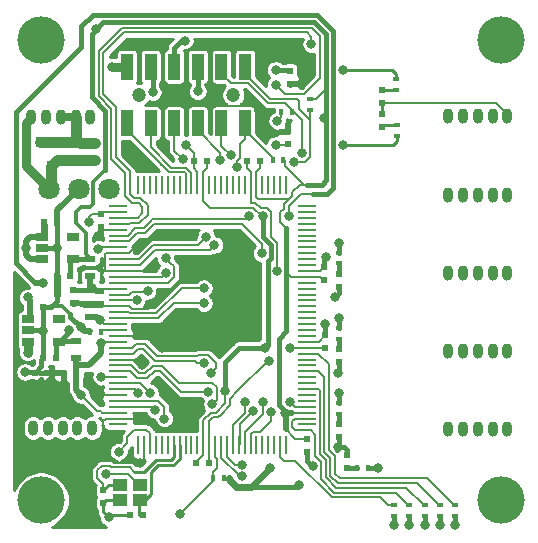
<source format=gbr>
G04 #@! TF.GenerationSoftware,KiCad,Pcbnew,(5.1.0-0)*
G04 #@! TF.CreationDate,2019-06-27T12:49:36+09:00*
G04 #@! TF.ProjectId,SwitchBlox,53776974-6368-4426-9c6f-782e6b696361,rev?*
G04 #@! TF.SameCoordinates,Original*
G04 #@! TF.FileFunction,Copper,L2,Bot*
G04 #@! TF.FilePolarity,Positive*
%FSLAX46Y46*%
G04 Gerber Fmt 4.6, Leading zero omitted, Abs format (unit mm)*
G04 Created by KiCad (PCBNEW (5.1.0-0)) date 2019-06-27 12:49:36*
%MOMM*%
%LPD*%
G04 APERTURE LIST*
%ADD10R,0.220000X1.600000*%
%ADD11R,1.600000X0.220000*%
%ADD12R,0.400000X0.600000*%
%ADD13R,0.600000X0.400000*%
%ADD14O,0.900000X1.300000*%
%ADD15R,1.000000X0.660000*%
%ADD16R,0.800000X0.900000*%
%ADD17R,0.900000X0.500000*%
%ADD18R,0.500000X0.254000*%
%ADD19R,1.200000X1.000000*%
%ADD20R,0.750000X0.800000*%
%ADD21R,0.600000X0.500000*%
%ADD22R,0.500000X0.600000*%
%ADD23R,1.000000X2.200000*%
%ADD24C,1.200000*%
%ADD25C,1.800000*%
%ADD26C,4.000000*%
%ADD27C,0.800000*%
%ADD28C,0.400000*%
%ADD29C,0.200000*%
%ADD30C,0.500000*%
%ADD31C,0.600000*%
%ADD32C,0.300000*%
%ADD33C,0.250000*%
%ADD34C,0.900000*%
%ADD35C,0.700000*%
%ADD36C,0.800000*%
%ADD37C,0.254000*%
G04 APERTURE END LIST*
D10*
X152500000Y-84590000D03*
X152000000Y-84590000D03*
X151500000Y-84590000D03*
X151000000Y-84590000D03*
X150500000Y-84590000D03*
X150000000Y-84590000D03*
X149500000Y-84590000D03*
X149000000Y-84590000D03*
X148500000Y-84590000D03*
X148000000Y-84590000D03*
X147500000Y-84590000D03*
X147000000Y-84590000D03*
X146500000Y-84590000D03*
X146000000Y-84590000D03*
X145500000Y-84590000D03*
X145000000Y-84590000D03*
X144500000Y-84590000D03*
X144000000Y-84590000D03*
X143500000Y-84590000D03*
X143000000Y-84590000D03*
X142500000Y-84590000D03*
X142000000Y-84590000D03*
X141500000Y-84590000D03*
X141000000Y-84590000D03*
X140500000Y-84590000D03*
X140000000Y-84590000D03*
X151000000Y-106590000D03*
X151500000Y-106590000D03*
X152000000Y-106590000D03*
X152500000Y-106590000D03*
X150500000Y-106590000D03*
X150000000Y-106590000D03*
X149500000Y-106590000D03*
X149000000Y-106590000D03*
X148500000Y-106590000D03*
X148000000Y-106590000D03*
X147500000Y-106590000D03*
X147000000Y-106590000D03*
X146500000Y-106590000D03*
X146000000Y-106590000D03*
X145500000Y-106590000D03*
X145000000Y-106590000D03*
X144500000Y-106590000D03*
X144000000Y-106590000D03*
X143500000Y-106590000D03*
X143000000Y-106590000D03*
X142500000Y-106590000D03*
X142000000Y-106590000D03*
X141500000Y-106590000D03*
X141000000Y-106590000D03*
X140500000Y-106590000D03*
X140000000Y-106590000D03*
D11*
X154250000Y-86840000D03*
X154250000Y-86340000D03*
X154250000Y-104840000D03*
X154250000Y-104340000D03*
X154250000Y-103840000D03*
X154250000Y-103340000D03*
X154250000Y-102840000D03*
X154250000Y-102340000D03*
X154250000Y-87340000D03*
X154250000Y-87840000D03*
X154250000Y-101840000D03*
X154250000Y-101340000D03*
X154250000Y-100840000D03*
X154250000Y-100340000D03*
X154250000Y-99840000D03*
X154250000Y-99340000D03*
X154250000Y-98840000D03*
X154250000Y-98340000D03*
X154250000Y-97840000D03*
X154250000Y-97340000D03*
X154250000Y-96840000D03*
X154250000Y-96340000D03*
X154250000Y-95840000D03*
X154250000Y-95340000D03*
X154250000Y-94840000D03*
X154250000Y-94340000D03*
X154250000Y-93840000D03*
X154250000Y-93340000D03*
X154250000Y-92840000D03*
X154250000Y-92340000D03*
X154250000Y-91840000D03*
X154250000Y-91340000D03*
X154250000Y-90840000D03*
X154250000Y-90340000D03*
X154250000Y-89840000D03*
X154250000Y-89340000D03*
X154250000Y-88840000D03*
X154250000Y-88340000D03*
X138250000Y-100340000D03*
X138250000Y-100840000D03*
X138250000Y-101340000D03*
X138250000Y-101840000D03*
X138250000Y-102340000D03*
X138250000Y-102840000D03*
X138250000Y-103340000D03*
X138250000Y-103840000D03*
X138250000Y-104340000D03*
X138250000Y-104840000D03*
X138250000Y-86340000D03*
X138250000Y-86840000D03*
X138250000Y-87340000D03*
X138250000Y-87840000D03*
X138250000Y-88340000D03*
X138250000Y-88840000D03*
X138250000Y-89340000D03*
X138250000Y-89840000D03*
X138250000Y-90340000D03*
X138250000Y-90840000D03*
X138250000Y-91340000D03*
X138250000Y-91840000D03*
X138250000Y-92340000D03*
X138250000Y-92840000D03*
X138250000Y-93340000D03*
X138250000Y-93840000D03*
X138250000Y-94340000D03*
X138250000Y-94840000D03*
X138250000Y-95340000D03*
X138250000Y-95840000D03*
X138250000Y-96340000D03*
X138250000Y-96840000D03*
X138250000Y-97340000D03*
X138250000Y-97840000D03*
X138250000Y-98340000D03*
X138250000Y-98840000D03*
X138250000Y-99340000D03*
X138250000Y-99840000D03*
D12*
X152292893Y-82442893D03*
X151392893Y-82442893D03*
D13*
X154542893Y-77292893D03*
X154542893Y-78192893D03*
D12*
X152092893Y-78342893D03*
X152992893Y-78342893D03*
D14*
X171250000Y-98625000D03*
X170000000Y-98625000D03*
X168750000Y-98625000D03*
X167500000Y-98625000D03*
X166250000Y-98625000D03*
X171250000Y-92000000D03*
X170000000Y-92000000D03*
X168750000Y-92000000D03*
X167500000Y-92000000D03*
X166250000Y-92000000D03*
X171250000Y-85375000D03*
X170000000Y-85375000D03*
X168750000Y-85375000D03*
X167500000Y-85375000D03*
X166250000Y-85375000D03*
X171250000Y-105250000D03*
X170000000Y-105250000D03*
X168750000Y-105250000D03*
X167500000Y-105250000D03*
X166250000Y-105250000D03*
X171250000Y-78750000D03*
X170000000Y-78750000D03*
X168750000Y-78750000D03*
X167500000Y-78750000D03*
X166250000Y-78750000D03*
X135942893Y-78842893D03*
X134692893Y-78842893D03*
X133442893Y-78842893D03*
X132192893Y-78842893D03*
X130942893Y-78842893D03*
X136092893Y-105142893D03*
X134842893Y-105142893D03*
X133592893Y-105142893D03*
X132342893Y-105142893D03*
X131092893Y-105142893D03*
D15*
X133250000Y-97820000D03*
X133250000Y-95920000D03*
X130650000Y-95920000D03*
X130650000Y-96870000D03*
X130650000Y-97820000D03*
X134440000Y-90860000D03*
X134440000Y-88960000D03*
X131840000Y-88960000D03*
X131840000Y-89910000D03*
X131840000Y-90860000D03*
D16*
X131642893Y-80942893D03*
X133542893Y-80942893D03*
X132592893Y-82942893D03*
D17*
X135940000Y-92290000D03*
X135940000Y-90790000D03*
D18*
X131700000Y-100440000D03*
X131300000Y-100440000D03*
D17*
X134750000Y-99250000D03*
X134750000Y-97750000D03*
D19*
X140142893Y-111242893D03*
X138442893Y-111242893D03*
X138442893Y-109942893D03*
X140142893Y-109942893D03*
D20*
X135030000Y-82470000D03*
X135030000Y-80970000D03*
X136360000Y-80970000D03*
X136360000Y-82470000D03*
D21*
X132040000Y-87700000D03*
X133140000Y-87700000D03*
X130850000Y-94880000D03*
X131950000Y-94880000D03*
X134230000Y-92290000D03*
X133130000Y-92290000D03*
D22*
X134500000Y-93450000D03*
X134500000Y-94550000D03*
D21*
X133040000Y-99250000D03*
X131940000Y-99250000D03*
X134750000Y-100440000D03*
X133650000Y-100440000D03*
X145950000Y-108100000D03*
X144850000Y-108100000D03*
D22*
X155700000Y-91540000D03*
X155700000Y-92640000D03*
D21*
X140392893Y-112542893D03*
X139292893Y-112542893D03*
D22*
X137042893Y-110392893D03*
X137042893Y-111492893D03*
X152842893Y-75992893D03*
X152842893Y-74892893D03*
X152642893Y-81092893D03*
X152642893Y-79992893D03*
X160640000Y-77590000D03*
X160640000Y-76490000D03*
X160640000Y-78592893D03*
X160640000Y-79692893D03*
X157000000Y-93190000D03*
X157000000Y-92090000D03*
X157000000Y-99570000D03*
X157000000Y-98470000D03*
X157000000Y-105920000D03*
X157000000Y-104820000D03*
X157690000Y-107430000D03*
X157690000Y-108530000D03*
X136800000Y-87040000D03*
X136800000Y-88140000D03*
X135700000Y-94650000D03*
X135700000Y-95750000D03*
X136800000Y-93540000D03*
X136800000Y-94640000D03*
D21*
X144700000Y-82542893D03*
X145800000Y-82542893D03*
D22*
X155840000Y-98360000D03*
X155840000Y-97260000D03*
D21*
X149200000Y-82500000D03*
X150300000Y-82500000D03*
D22*
X154290000Y-106030000D03*
X154290000Y-107130000D03*
D23*
X139042893Y-79342893D03*
X139042893Y-74542893D03*
D24*
X140042893Y-76942893D03*
D23*
X141042893Y-79342893D03*
X141042893Y-74542893D03*
X143042893Y-74542893D03*
X143042893Y-79342893D03*
X145042893Y-79342893D03*
X145042893Y-74542893D03*
D24*
X148042893Y-76942893D03*
D23*
X147042893Y-74542893D03*
X147042893Y-79342893D03*
X149042893Y-74542893D03*
X149042893Y-79342893D03*
D13*
X161800000Y-75620000D03*
X161800000Y-76520000D03*
D12*
X146342893Y-109342893D03*
X147242893Y-109342893D03*
X136850000Y-97000000D03*
X135950000Y-97000000D03*
D13*
X161670000Y-111690000D03*
X161670000Y-112590000D03*
X161900000Y-80380000D03*
X161900000Y-79480000D03*
X162959276Y-112590000D03*
X162959276Y-111690000D03*
X157000000Y-91190000D03*
X157000000Y-90290000D03*
X164248552Y-112590000D03*
X164248552Y-111690000D03*
X157000000Y-96670000D03*
X157000000Y-97570000D03*
X165537828Y-111690000D03*
X165537828Y-112590000D03*
X157000000Y-103920000D03*
X157000000Y-103020000D03*
X166827104Y-111690000D03*
X166827104Y-112590000D03*
D12*
X159450000Y-108530000D03*
X158550000Y-108530000D03*
D25*
X132402893Y-84907893D03*
X134942893Y-84907893D03*
X137482893Y-84907893D03*
D26*
X170742893Y-72257107D03*
X131757107Y-72257107D03*
X131757107Y-111242893D03*
X170742893Y-111242893D03*
D27*
X131940000Y-96885000D03*
X156930000Y-100475000D03*
X155840000Y-96360000D03*
X152850000Y-102940000D03*
X156630000Y-94080000D03*
X155880000Y-90640000D03*
X154770000Y-108370000D03*
X156889055Y-106765988D03*
X133130000Y-89910000D03*
X135110000Y-96610000D03*
X130400000Y-100400000D03*
X137500000Y-112700000D03*
X137242893Y-109042893D03*
X144017893Y-81142893D03*
X151050000Y-99442893D03*
X145042893Y-76642893D03*
X151742893Y-91814221D03*
X143542893Y-112442893D03*
X136790000Y-102175000D03*
X141250000Y-91475000D03*
X136560000Y-88900000D03*
X140160000Y-108080000D03*
X140277832Y-99782168D03*
X141250022Y-94590000D03*
X135542893Y-109342893D03*
X139942893Y-82942893D03*
X133442893Y-102042893D03*
X143142893Y-77542893D03*
X141970000Y-98360000D03*
X131900000Y-92820000D03*
X152850000Y-98340000D03*
X150700000Y-98340000D03*
X134100000Y-96800000D03*
X147342893Y-102042893D03*
X150556501Y-87208583D03*
X152738444Y-87210314D03*
X136750000Y-96010000D03*
X136100000Y-93250000D03*
X136849998Y-100800000D03*
X135793951Y-87662580D03*
X151630000Y-76095000D03*
X154642893Y-72642893D03*
X149405905Y-87170001D03*
X138342893Y-107142893D03*
X136850000Y-97915000D03*
X136619196Y-89967114D03*
X135142893Y-102342893D03*
X141410021Y-103610000D03*
X142190000Y-104340000D03*
X139998608Y-102155692D03*
X150442893Y-90342893D03*
X145735785Y-88935785D03*
X146442893Y-89642893D03*
X142320000Y-92025000D03*
X142320000Y-90755000D03*
X140790000Y-93540000D03*
X139850010Y-94339968D03*
X145550000Y-93295000D03*
X145550000Y-94565000D03*
X146160000Y-100500000D03*
X145550000Y-99645000D03*
X146240000Y-103130000D03*
X145880000Y-102070000D03*
X140998614Y-102155692D03*
X151630000Y-81175000D03*
X151630000Y-74825000D03*
X161670000Y-113377989D03*
X162959276Y-113377989D03*
X164248552Y-113377989D03*
X165537828Y-113377989D03*
X166827104Y-113377989D03*
X157290000Y-74825000D03*
X157290000Y-81175000D03*
X157000000Y-89485000D03*
X157000000Y-95835000D03*
X157000000Y-102185000D03*
X160300000Y-108535000D03*
X152390000Y-103885000D03*
X136442893Y-71342893D03*
X151742893Y-79142893D03*
X155689999Y-78895797D03*
X143942893Y-72340030D03*
X151142893Y-108542893D03*
X153642893Y-109942893D03*
X148742893Y-109242896D03*
X143759895Y-82389989D03*
X148742893Y-108242893D03*
X146942893Y-82442893D03*
X150542893Y-102942893D03*
X153142893Y-82642893D03*
X151242893Y-103742893D03*
X153842893Y-81842893D03*
X149715068Y-103715068D03*
X148375479Y-83072414D03*
X149042893Y-102942893D03*
X147856707Y-82036754D03*
X137742903Y-74542893D03*
X130630000Y-98750000D03*
X130630000Y-94080000D03*
X130500000Y-89930000D03*
X141223539Y-76728230D03*
D28*
X131950000Y-99240000D02*
X131940000Y-99250000D01*
X131550000Y-96870000D02*
X131950000Y-96870000D01*
X130650000Y-96870000D02*
X131550000Y-96870000D01*
X131950000Y-94880000D02*
X131950000Y-96870000D01*
X131950000Y-96870000D02*
X131950000Y-99240000D01*
X157000000Y-100405000D02*
X156930000Y-100475000D01*
X157000000Y-99570000D02*
X157000000Y-100405000D01*
X133140000Y-92280000D02*
X133130000Y-92290000D01*
X133110000Y-89910000D02*
X133140000Y-89940000D01*
X131840000Y-89910000D02*
X133110000Y-89910000D01*
X133140000Y-87920000D02*
X133140000Y-89940000D01*
X133140000Y-89940000D02*
X133140000Y-92280000D01*
D29*
X155400000Y-91840000D02*
X155700000Y-91540000D01*
X154250000Y-91840000D02*
X155400000Y-91840000D01*
X155260000Y-97840000D02*
X155840000Y-97260000D01*
X154250000Y-97840000D02*
X155260000Y-97840000D01*
D28*
X155840000Y-97260000D02*
X155840000Y-96360000D01*
D29*
X145000000Y-83440000D02*
X144700000Y-83140000D01*
X145000000Y-84590000D02*
X145000000Y-83440000D01*
X149500000Y-83440000D02*
X149200000Y-83140000D01*
X149500000Y-84590000D02*
X149500000Y-83440000D01*
X154250000Y-103340000D02*
X153250000Y-103340000D01*
X153250000Y-103340000D02*
X152850000Y-102940000D01*
D28*
X157000000Y-93710000D02*
X156630000Y-94080000D01*
X157000000Y-93190000D02*
X157000000Y-93710000D01*
X155700000Y-90820000D02*
X155880000Y-90640000D01*
X155700000Y-91540000D02*
X155700000Y-90820000D01*
D29*
X146000000Y-106590000D02*
X146000000Y-107910000D01*
D28*
X157000000Y-106655043D02*
X156889055Y-106765988D01*
X157690000Y-107001248D02*
X157454740Y-106765988D01*
X156840000Y-106815043D02*
X156889055Y-106765988D01*
X157000000Y-105920000D02*
X157000000Y-106655043D01*
X157690000Y-107430000D02*
X157690000Y-107001248D01*
X156840000Y-106990000D02*
X156840000Y-106815043D01*
X157454740Y-106765988D02*
X156889055Y-106765988D01*
X154290000Y-107890000D02*
X154770000Y-108370000D01*
X154290000Y-107130000D02*
X154290000Y-107890000D01*
D30*
X133140000Y-86705000D02*
X134940000Y-84905000D01*
X133140000Y-87920000D02*
X133140000Y-86705000D01*
X135410000Y-96910000D02*
X135110000Y-96610000D01*
X135950000Y-96910000D02*
X135410000Y-96910000D01*
D31*
X133130000Y-92290000D02*
X133130000Y-92900000D01*
X133130000Y-92900000D02*
X133130000Y-93860000D01*
D28*
X130400000Y-100400000D02*
X131009999Y-100400000D01*
X131300000Y-100402999D02*
X131790000Y-99912999D01*
X131300000Y-100440000D02*
X131300000Y-100402999D01*
X131790000Y-99400000D02*
X131940000Y-99250000D01*
X131790000Y-99912999D02*
X131790000Y-99400000D01*
X131089999Y-100440000D02*
X131049999Y-100400000D01*
X131300000Y-100440000D02*
X131089999Y-100440000D01*
X131009999Y-100400000D02*
X131049999Y-100400000D01*
X131049999Y-100400000D02*
X131049999Y-100440000D01*
D29*
X149200000Y-83140000D02*
X149200000Y-82500000D01*
D28*
X134200000Y-95700000D02*
X134200000Y-95500000D01*
X135110000Y-96610000D02*
X134200000Y-95700000D01*
D32*
X134200000Y-95500000D02*
X133500000Y-94800000D01*
X132630000Y-94800000D02*
X133500000Y-94800000D01*
X132550000Y-94880000D02*
X132630000Y-94800000D01*
X131950000Y-94880000D02*
X132550000Y-94880000D01*
D28*
X133130000Y-94400000D02*
X133130000Y-93860000D01*
X132650000Y-94880000D02*
X133130000Y-94400000D01*
X131950000Y-94880000D02*
X132650000Y-94880000D01*
D30*
X134730000Y-78880000D02*
X134692893Y-78842893D01*
D33*
X137042893Y-111492893D02*
X137042893Y-112242893D01*
X137042893Y-112242893D02*
X137500000Y-112700000D01*
X137357107Y-112542893D02*
X137200000Y-112700000D01*
X139292893Y-112542893D02*
X137657107Y-112542893D01*
X137292893Y-111242893D02*
X137042893Y-111492893D01*
X138442893Y-111242893D02*
X137292893Y-111242893D01*
D29*
X139142893Y-109042893D02*
X137242893Y-109042893D01*
X140042893Y-109942893D02*
X139142893Y-109042893D01*
X140142893Y-109942893D02*
X140042893Y-109942893D01*
D33*
X160640000Y-77590000D02*
X160640000Y-78390000D01*
D34*
X136360000Y-80970000D02*
X135030000Y-80970000D01*
X135002893Y-80942893D02*
X135030000Y-80970000D01*
X133592893Y-80942893D02*
X135002893Y-80942893D01*
X133592893Y-80942893D02*
X131692893Y-80942893D01*
X134692893Y-80632893D02*
X135030000Y-80970000D01*
X134692893Y-78842893D02*
X134692893Y-80632893D01*
D29*
X146000000Y-105285786D02*
X146000000Y-104565698D01*
X146000000Y-106590000D02*
X146000000Y-105285786D01*
X146000000Y-105285786D02*
X146000000Y-105143996D01*
X146335688Y-104230010D02*
X146741691Y-104230010D01*
X146741691Y-104230010D02*
X146976012Y-103995689D01*
X146000000Y-104565698D02*
X146335688Y-104230010D01*
X147742901Y-103228799D02*
X147742901Y-102642885D01*
X146976012Y-103995689D02*
X147742901Y-103228799D01*
X147742901Y-102642885D02*
X148442893Y-101942893D01*
X150942893Y-99442893D02*
X151050000Y-99442893D01*
X148442893Y-101942893D02*
X150942893Y-99442893D01*
X144700000Y-83140000D02*
X144700000Y-82542893D01*
X144017893Y-81142893D02*
X144700000Y-81825000D01*
X144700000Y-81825000D02*
X144700000Y-82085786D01*
X144700000Y-82542893D02*
X144700000Y-82085786D01*
D28*
X145042893Y-74542893D02*
X145042893Y-76642893D01*
D35*
X134692893Y-78842893D02*
X133442893Y-78842893D01*
D29*
X171250000Y-78550000D02*
X170290000Y-77590000D01*
X170290000Y-77590000D02*
X164895786Y-77590000D01*
X171250000Y-78750000D02*
X171250000Y-78550000D01*
X164895786Y-77590000D02*
X160640000Y-77590000D01*
X151256502Y-88942262D02*
X151749998Y-89435758D01*
X151256502Y-86872582D02*
X151256502Y-88942262D01*
X151749998Y-89435758D02*
X151749998Y-91807116D01*
X150892502Y-86508582D02*
X151256502Y-86872582D01*
X150346186Y-86508582D02*
X150892502Y-86508582D01*
X149500000Y-86069990D02*
X149907595Y-86069990D01*
X149907595Y-86069990D02*
X150346186Y-86508582D01*
X151749998Y-91807116D02*
X151742893Y-91814221D01*
X149500000Y-84590000D02*
X149500000Y-86069990D01*
X146500000Y-107590000D02*
X146642893Y-107732893D01*
X146500000Y-106590000D02*
X146500000Y-107590000D01*
X146342893Y-108842893D02*
X146342893Y-109342893D01*
X146642893Y-108542893D02*
X146342893Y-108842893D01*
X146642893Y-107732893D02*
X146642893Y-108542893D01*
X146342893Y-109642893D02*
X146342893Y-109342893D01*
X143542893Y-112442893D02*
X146342893Y-109642893D01*
X133155000Y-100440000D02*
X132487501Y-100440000D01*
X133650000Y-100440000D02*
X133155000Y-100440000D01*
X137000000Y-88340000D02*
X136800000Y-88140000D01*
X138250000Y-88340000D02*
X137000000Y-88340000D01*
X140885000Y-91840000D02*
X141250000Y-91475000D01*
X138250000Y-91840000D02*
X140885000Y-91840000D01*
X136800000Y-94740000D02*
X136800000Y-94580000D01*
X138250000Y-94840000D02*
X136900000Y-94840000D01*
X136900000Y-94840000D02*
X136800000Y-94740000D01*
D28*
X136800000Y-88140000D02*
X136800000Y-88660000D01*
X136800000Y-88660000D02*
X136560000Y-88900000D01*
D29*
X136955000Y-102340000D02*
X136790000Y-102175000D01*
X138250000Y-102340000D02*
X136955000Y-102340000D01*
X140500000Y-106590000D02*
X140500000Y-107740000D01*
X140500000Y-107740000D02*
X140160000Y-108080000D01*
X140251899Y-89338101D02*
X140251899Y-89309986D01*
X139250000Y-90340000D02*
X140251899Y-89338101D01*
X138250000Y-90340000D02*
X139250000Y-90340000D01*
X141570001Y-97960001D02*
X141970000Y-98360000D01*
X138250000Y-97340000D02*
X140950000Y-97340000D01*
X140950000Y-97340000D02*
X141570001Y-97960001D01*
X138250000Y-99340000D02*
X139835664Y-99340000D01*
X139877833Y-99382169D02*
X140277832Y-99782168D01*
X139835664Y-99340000D02*
X139877833Y-99382169D01*
X138250000Y-94840000D02*
X139250000Y-94840000D01*
X139250000Y-94840000D02*
X139449978Y-95039978D01*
X140850023Y-94989999D02*
X141250022Y-94590000D01*
X139449978Y-95039978D02*
X140800044Y-95039978D01*
X140800044Y-95039978D02*
X140850023Y-94989999D01*
D30*
X135930000Y-94640000D02*
X135900000Y-94670000D01*
X136800000Y-94640000D02*
X135930000Y-94640000D01*
X135900000Y-94650000D02*
X135120000Y-94650000D01*
D29*
X137250000Y-91840000D02*
X138250000Y-91840000D01*
X137149999Y-91739999D02*
X137250000Y-91840000D01*
X137149999Y-90440001D02*
X137149999Y-91739999D01*
X137250000Y-90340000D02*
X137149999Y-90440001D01*
X138250000Y-90340000D02*
X137250000Y-90340000D01*
D28*
X132560000Y-100420000D02*
X132131541Y-100420000D01*
X132540000Y-100440000D02*
X132560000Y-100420000D01*
X131700000Y-100440000D02*
X132540000Y-100440000D01*
X135020000Y-94550000D02*
X135120000Y-94650000D01*
X134500000Y-94550000D02*
X135020000Y-94550000D01*
D29*
X137249987Y-104340001D02*
X138250000Y-104340000D01*
X137042893Y-104547095D02*
X137249987Y-104340001D01*
X137042893Y-107142893D02*
X137042893Y-104547095D01*
X137980000Y-108080000D02*
X137042893Y-107142893D01*
X140160000Y-108080000D02*
X137980000Y-108080000D01*
X138250000Y-104340000D02*
X139520000Y-104340000D01*
X151556891Y-79992893D02*
X152642893Y-79992893D01*
X149842894Y-78002892D02*
X149842894Y-78278896D01*
X147142894Y-77842894D02*
X149682896Y-77842894D01*
X146942893Y-77642893D02*
X147142894Y-77842894D01*
X149682896Y-77842894D02*
X149842894Y-78002892D01*
X149842894Y-78278896D02*
X151556891Y-79992893D01*
X142942892Y-77642892D02*
X146942893Y-77642893D01*
X142542893Y-77242893D02*
X142942892Y-77642892D01*
D28*
X133320000Y-97750000D02*
X133250000Y-97820000D01*
X134750000Y-97750000D02*
X133320000Y-97750000D01*
X133040000Y-98030000D02*
X133250000Y-97820000D01*
X133040000Y-99250000D02*
X133040000Y-98030000D01*
D29*
X154250000Y-98340000D02*
X152950000Y-98340000D01*
X155820000Y-98340000D02*
X155840000Y-98360000D01*
X154250000Y-98340000D02*
X155820000Y-98340000D01*
X145500000Y-83440000D02*
X145800000Y-83140000D01*
X145500000Y-84590000D02*
X145500000Y-83440000D01*
X145010000Y-107940000D02*
X144940000Y-107940000D01*
X145500000Y-106590000D02*
X145500000Y-107450000D01*
X145500000Y-107450000D02*
X145010000Y-107940000D01*
X145500000Y-106590000D02*
X145500000Y-104500000D01*
X145500000Y-104500000D02*
X146170000Y-103830000D01*
D28*
X134100000Y-96970000D02*
X133250000Y-97820000D01*
X134100000Y-96800000D02*
X134100000Y-96970000D01*
D30*
X131290000Y-92820000D02*
X131790000Y-92820000D01*
D28*
X154240000Y-70140000D02*
X151730000Y-70140000D01*
X131900000Y-92820000D02*
X131290000Y-92820000D01*
X129649999Y-78414215D02*
X129649999Y-91179999D01*
X135182107Y-71103679D02*
X135182107Y-72882107D01*
X135182107Y-72882107D02*
X129649999Y-78414215D01*
X136145786Y-70140000D02*
X135182107Y-71103679D01*
X155140000Y-70140000D02*
X136145786Y-70140000D01*
X156489999Y-84795787D02*
X156489999Y-71489999D01*
X129649999Y-91179999D02*
X131290000Y-92820000D01*
X155955786Y-85330000D02*
X156489999Y-84795787D01*
X156489999Y-71489999D02*
X155140000Y-70140000D01*
X154760000Y-85330000D02*
X155955786Y-85330000D01*
X150700000Y-98340000D02*
X148545786Y-98340000D01*
X147342893Y-99542893D02*
X147342893Y-102042893D01*
X148545786Y-98340000D02*
X147342893Y-99542893D01*
D29*
X146576002Y-103830000D02*
X146170000Y-103830000D01*
X147342893Y-103063109D02*
X146576002Y-103830000D01*
X147342893Y-102042893D02*
X147342893Y-103063109D01*
X145500000Y-84590000D02*
X145500000Y-85540002D01*
X153775701Y-85330000D02*
X152742893Y-86362808D01*
X154760000Y-85330000D02*
X153775701Y-85330000D01*
X152738444Y-86367257D02*
X152738444Y-87210314D01*
X152742893Y-86362808D02*
X152738444Y-86367257D01*
X145800000Y-83140000D02*
X145800000Y-82542893D01*
X150480489Y-87208583D02*
X149741906Y-86470000D01*
X150556501Y-87208583D02*
X150480489Y-87208583D01*
X149741906Y-86470000D02*
X146070000Y-86470000D01*
X145500000Y-85900000D02*
X145500000Y-85540002D01*
X146070000Y-86470000D02*
X145500000Y-85900000D01*
D28*
X150942892Y-98097108D02*
X150942892Y-91026896D01*
X151249990Y-89642870D02*
X151249990Y-90719798D01*
X150942892Y-91026896D02*
X151249990Y-90719798D01*
X150556501Y-87208583D02*
X150556501Y-88949381D01*
X150556501Y-88949381D02*
X151249990Y-89642870D01*
X150700000Y-98340000D02*
X150942892Y-98097108D01*
D29*
X155870012Y-107868310D02*
X155870012Y-109328612D01*
X154250000Y-101840000D02*
X155250000Y-101840000D01*
X155870012Y-109328612D02*
X156751378Y-110209978D01*
X155350001Y-107348299D02*
X155870012Y-107868310D01*
X155350001Y-101940001D02*
X155350001Y-107348299D01*
X155250000Y-101840000D02*
X155350001Y-101940001D01*
X164148552Y-111690000D02*
X164248552Y-111690000D01*
X156751378Y-110209978D02*
X162668530Y-110209978D01*
X162668530Y-110209978D02*
X164148552Y-111690000D01*
X155750022Y-107182620D02*
X156270023Y-107702621D01*
X156270023Y-109162923D02*
X156917067Y-109809967D01*
X155750022Y-100840022D02*
X155750022Y-107182620D01*
X156270023Y-107702621D02*
X156270023Y-109162923D01*
X155250000Y-100340000D02*
X155750022Y-100840022D01*
X154250000Y-100340000D02*
X155250000Y-100340000D01*
X165437828Y-111690000D02*
X165537828Y-111690000D01*
X156917067Y-109809967D02*
X163557795Y-109809967D01*
X163557795Y-109809967D02*
X165437828Y-111690000D01*
X156150033Y-99740033D02*
X156150033Y-107016931D01*
X156150033Y-107016931D02*
X156670034Y-107536932D01*
X156670034Y-107536932D02*
X156670034Y-108997234D01*
X154250000Y-98840000D02*
X155250000Y-98840000D01*
X155250000Y-98840000D02*
X156150033Y-99740033D01*
X156670034Y-108997234D02*
X157082756Y-109409956D01*
X166727104Y-111690000D02*
X166827104Y-111690000D01*
X157082756Y-109409956D02*
X164447060Y-109409956D01*
X164447060Y-109409956D02*
X166727104Y-111690000D01*
X136940000Y-93340000D02*
X136800000Y-93480000D01*
X138250000Y-93340000D02*
X136940000Y-93340000D01*
X137080000Y-96340000D02*
X136750000Y-96010000D01*
X138250000Y-96340000D02*
X137080000Y-96340000D01*
D30*
X136390000Y-93540000D02*
X136100000Y-93250000D01*
X136800000Y-93540000D02*
X136390000Y-93540000D01*
D29*
X136889998Y-100840000D02*
X136849998Y-100800000D01*
X138250000Y-100840000D02*
X136889998Y-100840000D01*
D30*
X136510000Y-95770000D02*
X136750000Y-96010000D01*
X135900000Y-95770000D02*
X136510000Y-95770000D01*
X135940000Y-93090000D02*
X136100000Y-93250000D01*
X135940000Y-92290000D02*
X135940000Y-93090000D01*
D28*
X135910000Y-93440000D02*
X136100000Y-93250000D01*
X135010000Y-93440000D02*
X135910000Y-93440000D01*
D29*
X138250000Y-86840000D02*
X137000000Y-86840000D01*
X137000000Y-86840000D02*
X136800000Y-87040000D01*
X136800000Y-87040000D02*
X136060000Y-87040000D01*
D28*
X135000000Y-93450000D02*
X135010000Y-93440000D01*
X134500000Y-93450000D02*
X135000000Y-93450000D01*
D29*
X135793951Y-87306049D02*
X135950000Y-87150000D01*
X135793951Y-87662580D02*
X135793951Y-87306049D01*
X135950000Y-87150000D02*
X135800000Y-87300000D01*
X136060000Y-87040000D02*
X135950000Y-87150000D01*
X139950000Y-87340000D02*
X138250000Y-87340000D01*
X140350000Y-86940000D02*
X139950000Y-87340000D01*
X140030000Y-86100000D02*
X140350000Y-86420000D01*
X138897882Y-83563580D02*
X138897882Y-85503580D01*
X136642893Y-73242893D02*
X136642893Y-77032256D01*
X137710020Y-78099382D02*
X137710020Y-82375719D01*
X152377893Y-76842893D02*
X154042893Y-76842893D01*
X137710020Y-82375719D02*
X138897882Y-83563580D01*
X139494299Y-86099997D02*
X139494299Y-86100000D01*
X138897882Y-85503580D02*
X139494299Y-86099997D01*
X136642893Y-77032256D02*
X137710020Y-78099382D01*
X138645766Y-71240020D02*
X136642893Y-73242893D01*
X155389979Y-75495807D02*
X155389979Y-71945641D01*
X154042893Y-76842893D02*
X155389979Y-75495807D01*
X155389979Y-71945641D02*
X154684358Y-71240020D01*
X140350000Y-86420000D02*
X140350000Y-86940000D01*
X154684358Y-71240020D02*
X138645766Y-71240020D01*
X139494299Y-86100000D02*
X140030000Y-86100000D01*
X151630000Y-76095000D02*
X152377893Y-76842893D01*
X139250000Y-87840000D02*
X138250000Y-87840000D01*
X139280035Y-87809965D02*
X139250000Y-87840000D01*
X140080034Y-87809965D02*
X139280035Y-87809965D01*
X140780022Y-87109978D02*
X140080034Y-87809965D01*
X140185700Y-85690001D02*
X140780022Y-86284323D01*
X139297892Y-85337894D02*
X139649999Y-85690001D01*
X137042903Y-73408581D02*
X137042903Y-76866568D01*
X139297892Y-83397892D02*
X139297892Y-85337894D01*
X138110030Y-82210030D02*
X139297892Y-83397892D01*
X154642893Y-72642893D02*
X154642893Y-72040030D01*
X139649999Y-85690001D02*
X140185700Y-85690001D01*
X138110030Y-77933693D02*
X138110030Y-82210030D01*
X137042903Y-76866568D02*
X138110030Y-77933693D01*
X140780022Y-86284323D02*
X140780022Y-87109978D01*
X154642893Y-72040030D02*
X154242893Y-71640030D01*
X138811454Y-71640030D02*
X137042903Y-73408581D01*
X154242893Y-71640030D02*
X138811454Y-71640030D01*
X139120183Y-88840000D02*
X139750208Y-88209975D01*
X139750208Y-88209975D02*
X140440048Y-88209975D01*
X138250000Y-88840000D02*
X139120183Y-88840000D01*
X140440048Y-88209975D02*
X141080024Y-87569999D01*
X141180031Y-87469991D02*
X149105915Y-87469991D01*
X149105915Y-87469991D02*
X149405905Y-87170001D01*
X141080024Y-87569999D02*
X141180031Y-87469991D01*
X141000000Y-105590000D02*
X140690000Y-105280000D01*
X141000000Y-106590000D02*
X141000000Y-105590000D01*
X139630000Y-105280000D02*
X139050000Y-105860000D01*
X140690000Y-105280000D02*
X139630000Y-105280000D01*
X139050000Y-106435786D02*
X138342893Y-107142893D01*
X139050000Y-105860000D02*
X139050000Y-106435786D01*
D33*
X137492893Y-109942893D02*
X137042893Y-110392893D01*
X138442893Y-109942893D02*
X137492893Y-109942893D01*
X143000000Y-107585002D02*
X142742109Y-107842893D01*
X141470109Y-107842893D02*
X140470109Y-108842893D01*
X142742109Y-107842893D02*
X141470109Y-107842893D01*
X143000000Y-106590000D02*
X143000000Y-107585002D01*
D29*
X139280010Y-108480010D02*
X139642893Y-108842893D01*
D33*
X140470109Y-108842893D02*
X139642893Y-108842893D01*
D29*
X137042893Y-109892893D02*
X137042893Y-110392893D01*
X136542892Y-108706892D02*
X136542892Y-109392892D01*
X136906892Y-108342892D02*
X136542892Y-108706892D01*
X137578894Y-108342892D02*
X136906892Y-108342892D01*
X136542892Y-109392892D02*
X137042893Y-109892893D01*
X137716012Y-108480010D02*
X137578894Y-108342892D01*
X139280010Y-108480010D02*
X137716012Y-108480010D01*
D33*
X140092893Y-111492893D02*
X139842893Y-111242893D01*
X140092893Y-112542893D02*
X140092893Y-111492893D01*
X140527895Y-111242893D02*
X141067894Y-110702894D01*
X140142893Y-111242893D02*
X140527895Y-111242893D01*
X141067894Y-110702894D02*
X141067894Y-108881518D01*
X141067894Y-108881518D02*
X141656509Y-108292903D01*
X143500000Y-107721412D02*
X143500000Y-107640000D01*
X142928510Y-108292902D02*
X143500000Y-107721412D01*
X143500000Y-107640000D02*
X143500000Y-106590000D01*
X141656509Y-108292903D02*
X142928510Y-108292902D01*
D29*
X152000000Y-107590000D02*
X152000000Y-106590000D01*
X152300000Y-107890000D02*
X152000000Y-107590000D01*
X153253998Y-107890000D02*
X152300000Y-107890000D01*
X156373998Y-111010000D02*
X153253998Y-107890000D01*
X161170000Y-111690000D02*
X161670000Y-111690000D01*
X156373998Y-111010000D02*
X160490000Y-111010000D01*
X160490000Y-111010000D02*
X161170000Y-111690000D01*
X154250000Y-104340000D02*
X153250000Y-104340000D01*
X153250000Y-104340000D02*
X153040000Y-104550000D01*
X153040000Y-104550000D02*
X153040000Y-105080002D01*
X153040000Y-105080002D02*
X153289998Y-105330000D01*
X153289998Y-105330000D02*
X154590000Y-105330000D01*
X154949990Y-105689990D02*
X154949990Y-107513988D01*
X155470001Y-108033999D02*
X155470001Y-109494301D01*
X155470001Y-109494301D02*
X156585689Y-110609989D01*
X154949990Y-107513988D02*
X155470001Y-108033999D01*
X162965000Y-111690000D02*
X163065000Y-111690000D01*
X154590000Y-105330000D02*
X154949990Y-105689990D01*
X162859276Y-111690000D02*
X162959276Y-111690000D01*
X156585689Y-110609989D02*
X161779265Y-110609989D01*
X161779265Y-110609989D02*
X162859276Y-111690000D01*
X138250000Y-89840000D02*
X136980004Y-89840000D01*
X136980004Y-89840000D02*
X136980000Y-89839996D01*
X136925000Y-97840000D02*
X136850000Y-97915000D01*
X138250000Y-97840000D02*
X136925000Y-97840000D01*
X136965000Y-103840000D02*
X136850000Y-103725000D01*
X138250000Y-103840000D02*
X136965000Y-103840000D01*
D30*
X136850000Y-98130000D02*
X136850000Y-97915000D01*
X136850000Y-98790000D02*
X136850000Y-98130000D01*
X135810000Y-99830000D02*
X136850000Y-98790000D01*
X135810000Y-99830000D02*
X134750000Y-99830000D01*
X134750000Y-100440000D02*
X134750000Y-99830000D01*
X134750000Y-99830000D02*
X134750000Y-99250000D01*
D29*
X136980004Y-89840000D02*
X136746310Y-89840000D01*
X136746310Y-89840000D02*
X136619196Y-89967114D01*
D30*
X134750000Y-101935786D02*
X134750000Y-100440000D01*
D29*
X136525000Y-103725000D02*
X135142893Y-102342893D01*
X136850000Y-103725000D02*
X136525000Y-103725000D01*
D30*
X134742894Y-101942892D02*
X134750000Y-101935786D01*
X135142893Y-102342893D02*
X134742894Y-101942892D01*
D29*
X138250000Y-103340000D02*
X141140021Y-103340000D01*
X141140021Y-103340000D02*
X141410021Y-103610000D01*
X139265694Y-102855694D02*
X141691717Y-102855694D01*
X138250000Y-102840000D02*
X139250000Y-102840000D01*
X141691717Y-102855694D02*
X142190000Y-103353977D01*
X139250000Y-102840000D02*
X139265694Y-102855694D01*
X142190000Y-103353977D02*
X142190000Y-103774315D01*
X142190000Y-103774315D02*
X142190000Y-104340000D01*
X138250000Y-101840000D02*
X139682916Y-101840000D01*
X139682916Y-101840000D02*
X139998608Y-102155692D01*
X139915898Y-88609985D02*
X140605737Y-88609985D01*
X139185883Y-89340000D02*
X139915898Y-88609985D01*
X141345720Y-87870001D02*
X141816024Y-87870001D01*
X140605737Y-88609985D02*
X141345720Y-87870001D01*
X138250000Y-89340000D02*
X139185883Y-89340000D01*
X150442893Y-89542893D02*
X148770001Y-87870001D01*
X150442893Y-90342893D02*
X150442893Y-89542893D01*
X141345720Y-87870001D02*
X148770001Y-87870001D01*
X138250000Y-90840000D02*
X140084300Y-90840000D01*
X145016581Y-89654989D02*
X145735785Y-88935785D01*
X141269312Y-89654989D02*
X145016581Y-89654989D01*
X140084300Y-90840000D02*
X141269312Y-89654989D01*
X138250000Y-91340000D02*
X140150000Y-91340000D01*
X141435001Y-90054999D02*
X146030787Y-90054999D01*
X140150000Y-91340000D02*
X141435001Y-90054999D01*
X146030787Y-90054999D02*
X146442893Y-89642893D01*
X142005000Y-92340000D02*
X142320000Y-92025000D01*
X138250000Y-92340000D02*
X142005000Y-92340000D01*
X142719999Y-91154999D02*
X142320000Y-90755000D01*
X143020001Y-91455001D02*
X142719999Y-91154999D01*
X143020001Y-92361001D02*
X143020001Y-91455001D01*
X138250000Y-92840000D02*
X142541002Y-92840000D01*
X142541002Y-92840000D02*
X143020001Y-92361001D01*
X139500000Y-93590000D02*
X140780000Y-93590000D01*
X139250000Y-93840000D02*
X139500000Y-93590000D01*
X138250000Y-93840000D02*
X139250000Y-93840000D01*
X138250000Y-94340000D02*
X139990000Y-94340000D01*
X143659300Y-93295000D02*
X144984315Y-93295000D01*
X144984315Y-93295000D02*
X145550000Y-93295000D01*
X141514311Y-95439989D02*
X143659300Y-93295000D01*
X139259989Y-95439989D02*
X141514311Y-95439989D01*
X139160000Y-95340000D02*
X139259989Y-95439989D01*
X138250000Y-95340000D02*
X139160000Y-95340000D01*
X145525000Y-94540000D02*
X145550000Y-94565000D01*
X142980000Y-94540000D02*
X145525000Y-94540000D01*
X138250000Y-95840000D02*
X141680000Y-95840000D01*
X141680000Y-95840000D02*
X142980000Y-94540000D01*
X136810000Y-96840000D02*
X136750000Y-96900000D01*
X138250000Y-96840000D02*
X136810000Y-96840000D01*
X146559999Y-100100001D02*
X146160000Y-100500000D01*
X145880000Y-98940000D02*
X146559999Y-99619999D01*
X145070000Y-98940000D02*
X145880000Y-98940000D01*
X139494300Y-98340000D02*
X139824300Y-98010000D01*
X138250000Y-98340000D02*
X139494300Y-98340000D01*
X139824300Y-98010000D02*
X140573996Y-98010000D01*
X140573996Y-98010000D02*
X141623998Y-99060002D01*
X146559999Y-99619999D02*
X146559999Y-100100001D01*
X141623998Y-99060002D02*
X144949998Y-99060002D01*
X144949998Y-99060002D02*
X145070000Y-98940000D01*
X144984315Y-99645000D02*
X145550000Y-99645000D01*
X139560000Y-98840000D02*
X139989989Y-98410011D01*
X138250000Y-98840000D02*
X139560000Y-98840000D01*
X140398307Y-98410011D02*
X141448309Y-99460013D01*
X141448309Y-99460013D02*
X144799328Y-99460013D01*
X139989989Y-98410011D02*
X140398307Y-98410011D01*
X144799328Y-99460013D02*
X144984315Y-99645000D01*
X140576002Y-100520002D02*
X141206016Y-99889988D01*
X146639999Y-101689999D02*
X146639999Y-102730001D01*
X146639999Y-102730001D02*
X146240000Y-103130000D01*
X141206016Y-99889988D02*
X142021690Y-99889988D01*
X146240000Y-101290000D02*
X146639999Y-101689999D01*
X142021690Y-99889988D02*
X143421702Y-101290000D01*
X138250000Y-99840000D02*
X139345700Y-99840000D01*
X140025702Y-100520002D02*
X140576002Y-100520002D01*
X139345700Y-99840000D02*
X140025702Y-100520002D01*
X143421702Y-101290000D02*
X146240000Y-101290000D01*
D33*
X145880000Y-102050000D02*
X145880000Y-102070000D01*
D29*
X141856001Y-100289999D02*
X143636002Y-102070000D01*
X143636002Y-102070000D02*
X145314315Y-102070000D01*
X141371705Y-100289999D02*
X141856001Y-100289999D01*
X140741691Y-100920013D02*
X141371705Y-100289999D01*
X138250000Y-100340000D02*
X139280000Y-100340000D01*
X139860013Y-100920013D02*
X140741691Y-100920013D01*
X139280000Y-100340000D02*
X139860013Y-100920013D01*
X145314315Y-102070000D02*
X145880000Y-102070000D01*
X140598615Y-101755693D02*
X140998614Y-102155692D01*
X140182922Y-101340000D02*
X140598615Y-101755693D01*
X138250000Y-101340000D02*
X140182922Y-101340000D01*
D28*
X158550000Y-108530000D02*
X157690000Y-108530000D01*
X157000000Y-104820000D02*
X157000000Y-103920000D01*
X157000000Y-98470000D02*
X157000000Y-97570000D01*
X157000000Y-92090000D02*
X157000000Y-91190000D01*
D33*
X161770000Y-76490000D02*
X161800000Y-76520000D01*
X160640000Y-76490000D02*
X161770000Y-76490000D01*
X160650000Y-79480000D02*
X160640000Y-79490000D01*
X161900000Y-79480000D02*
X160650000Y-79480000D01*
D29*
X152560786Y-81175000D02*
X152642893Y-81092893D01*
X151630000Y-81175000D02*
X152560786Y-81175000D01*
D28*
X152775000Y-74825000D02*
X152842893Y-74892893D01*
X151630000Y-74825000D02*
X152775000Y-74825000D01*
X161670000Y-113377989D02*
X161670000Y-112590000D01*
X162959276Y-113377989D02*
X162959276Y-112590000D01*
X164248552Y-113377989D02*
X164248552Y-112590000D01*
X165537828Y-112590000D02*
X165537828Y-113377989D01*
X166827104Y-112590000D02*
X166827104Y-113377989D01*
D33*
X161800000Y-75170000D02*
X161800000Y-75620000D01*
X161455000Y-74825000D02*
X161800000Y-75170000D01*
X157290000Y-74825000D02*
X161455000Y-74825000D01*
X161900000Y-80830000D02*
X161900000Y-80380000D01*
X161555000Y-81175000D02*
X161900000Y-80830000D01*
X157290000Y-81175000D02*
X161555000Y-81175000D01*
D28*
X157000000Y-90290000D02*
X157000000Y-89485000D01*
X157000000Y-96670000D02*
X157000000Y-95835000D01*
X157000000Y-102185000D02*
X157000000Y-103020000D01*
X160065000Y-108530000D02*
X160070000Y-108535000D01*
X159450000Y-108530000D02*
X160065000Y-108530000D01*
D29*
X152980000Y-103840000D02*
X154250000Y-103840000D01*
D28*
X134510000Y-90790000D02*
X134440000Y-90860000D01*
X135940000Y-90790000D02*
X134510000Y-90790000D01*
X134230000Y-91070000D02*
X134440000Y-90860000D01*
X134230000Y-92290000D02*
X134230000Y-91070000D01*
D29*
X155400000Y-92340000D02*
X155700000Y-92640000D01*
X154250000Y-92340000D02*
X155400000Y-92340000D01*
D30*
X152490000Y-104570000D02*
X152489990Y-104570010D01*
X152489990Y-104570010D02*
X152489990Y-105229990D01*
X152489990Y-103849990D02*
X152480000Y-103840000D01*
X152489990Y-104570010D02*
X152489990Y-103849990D01*
X152480000Y-103840000D02*
X152980000Y-103840000D01*
D29*
X150000000Y-83440000D02*
X150300000Y-83140000D01*
X150000000Y-84590000D02*
X150000000Y-83440000D01*
D30*
X152480000Y-103840000D02*
X152330000Y-103840000D01*
D29*
X152950000Y-92340000D02*
X154250000Y-92340000D01*
D28*
X135940000Y-90790000D02*
X135890000Y-90790000D01*
D29*
X153290000Y-106030000D02*
X152489990Y-105229990D01*
X154290000Y-106030000D02*
X153290000Y-106030000D01*
D28*
X135940000Y-90790000D02*
X135740000Y-90790000D01*
D29*
X150300000Y-83140000D02*
X150300000Y-82500000D01*
D28*
X136042893Y-72869863D02*
X136042893Y-77139376D01*
X155889989Y-71738531D02*
X154891468Y-70740010D01*
X136042893Y-77139376D02*
X137210010Y-78306492D01*
X137210010Y-78306492D02*
X137210010Y-83329990D01*
X154891468Y-70740010D02*
X138172746Y-70740010D01*
X155529999Y-84529999D02*
X155889989Y-84170009D01*
X136042893Y-71742893D02*
X136442893Y-71342893D01*
X136042893Y-72869863D02*
X136042893Y-71742893D01*
X137045776Y-70740010D02*
X136442893Y-71342893D01*
X138172746Y-70740010D02*
X137045776Y-70740010D01*
X143042893Y-74542893D02*
X143042893Y-72942893D01*
D29*
X147242893Y-109342893D02*
X147642893Y-109342893D01*
X153655787Y-84529999D02*
X153020001Y-85165785D01*
X154320001Y-84529999D02*
X153655787Y-84529999D01*
X155042893Y-77292893D02*
X155889989Y-76445797D01*
X154542893Y-77292893D02*
X155042893Y-77292893D01*
D28*
X155889989Y-76289989D02*
X155889989Y-71738531D01*
D29*
X155889989Y-76445797D02*
X155889989Y-76289989D01*
D28*
X155889989Y-84170009D02*
X155889989Y-76289989D01*
D29*
X152092893Y-78792893D02*
X151742893Y-79142893D01*
X152092893Y-78342893D02*
X152092893Y-78792893D01*
X153993997Y-84529999D02*
X154755787Y-84529999D01*
X152442892Y-82978894D02*
X153993997Y-84529999D01*
X152442892Y-82542892D02*
X152442892Y-82978894D01*
X152292893Y-82442893D02*
X152342893Y-82442893D01*
X152342893Y-82442893D02*
X152442892Y-82542892D01*
D28*
X154320001Y-84529999D02*
X154755787Y-84529999D01*
X154755787Y-84529999D02*
X155529999Y-84529999D01*
X143645756Y-72340030D02*
X143942893Y-72340030D01*
X143042893Y-72942893D02*
X143645756Y-72340030D01*
D31*
X149542889Y-110142897D02*
X151142893Y-108542893D01*
X148310892Y-110142897D02*
X149542889Y-110142897D01*
X147642893Y-109474898D02*
X148310892Y-110142897D01*
X147642893Y-109342893D02*
X147642893Y-109474898D01*
D29*
X150000000Y-85590000D02*
X150000000Y-84590000D01*
X150000000Y-85600000D02*
X150000000Y-85590000D01*
D28*
X152542893Y-91932893D02*
X152542893Y-88198765D01*
X152542893Y-96942893D02*
X151900000Y-97585786D01*
X152542893Y-91932893D02*
X152542893Y-96942893D01*
D29*
X152950000Y-92340000D02*
X152542893Y-91932893D01*
X152797109Y-85742893D02*
X152870001Y-85670001D01*
X150142893Y-85742893D02*
X152797109Y-85742893D01*
X153020001Y-85520001D02*
X152870001Y-85670001D01*
X150142893Y-85742893D02*
X150000000Y-85600000D01*
X152038443Y-87694315D02*
X152038443Y-86874313D01*
X152542893Y-88198765D02*
X152038443Y-87694315D01*
X153020001Y-85520001D02*
X153020001Y-85165785D01*
X152338434Y-86201568D02*
X153020001Y-85520001D01*
X152338434Y-86574322D02*
X152338434Y-86201568D01*
X152038443Y-86874313D02*
X152338434Y-86574322D01*
D28*
X153442889Y-110142897D02*
X153642893Y-109942893D01*
X149542889Y-110142897D02*
X153442889Y-110142897D01*
X151900000Y-103215998D02*
X151900000Y-97585786D01*
X152390000Y-103705998D02*
X151900000Y-103215998D01*
X152390000Y-103885000D02*
X152390000Y-103705998D01*
D32*
X136192894Y-86153635D02*
X136192894Y-84347106D01*
X135898264Y-86448264D02*
X136192894Y-86153635D01*
X134747002Y-86838784D02*
X135137522Y-86448264D01*
X136192894Y-84347106D02*
X137210010Y-83329990D01*
X135137522Y-86448264D02*
X135898264Y-86448264D01*
X134747002Y-87747002D02*
X134747002Y-86838784D01*
X135590000Y-88590000D02*
X135590000Y-90440000D01*
X135590000Y-90440000D02*
X135940000Y-90790000D01*
X134747002Y-87747002D02*
X135590000Y-88590000D01*
D29*
X147042903Y-107698601D02*
X148587198Y-109242896D01*
X147042903Y-106632903D02*
X147042903Y-107698601D01*
X148587198Y-109242896D02*
X148742893Y-109242896D01*
X147000000Y-106590000D02*
X147042903Y-106632903D01*
X143042893Y-81672987D02*
X143042893Y-79342893D01*
X143759895Y-82389989D02*
X143042893Y-81672987D01*
X148152893Y-108242893D02*
X148742893Y-108242893D01*
X147500000Y-107590000D02*
X148152893Y-108242893D01*
X147500000Y-106590000D02*
X147500000Y-107590000D01*
X146942893Y-81842893D02*
X146942893Y-82442893D01*
X145042893Y-79942893D02*
X146942893Y-81842893D01*
X145042893Y-79342893D02*
X145042893Y-79942893D01*
X150542893Y-103508578D02*
X150542893Y-102942893D01*
X150542893Y-103923245D02*
X150542893Y-103508578D01*
X149000000Y-105466138D02*
X150542893Y-103923245D01*
X149000000Y-106590000D02*
X149000000Y-105466138D01*
X154078895Y-82642893D02*
X154542893Y-82178895D01*
X153142893Y-82642893D02*
X154078895Y-82642893D01*
X154542893Y-82178895D02*
X154542893Y-79042893D01*
X154542893Y-78592893D02*
X154542893Y-79042893D01*
X154542893Y-78192893D02*
X154542893Y-78592893D01*
X153642893Y-78142893D02*
X154542893Y-79042893D01*
X153442903Y-77242903D02*
X153642893Y-77442893D01*
X149042893Y-74542893D02*
X149042893Y-75142893D01*
X149042893Y-75142893D02*
X151142903Y-77242903D01*
X153642893Y-77442893D02*
X153642893Y-78142893D01*
X151142903Y-77242903D02*
X153442903Y-77242903D01*
X149500000Y-105639998D02*
X149697105Y-105442893D01*
X149500000Y-106590000D02*
X149500000Y-105639998D01*
X149697105Y-105442893D02*
X150342893Y-105442893D01*
X151242893Y-104542893D02*
X151242893Y-103742893D01*
X150342893Y-105442893D02*
X151242893Y-104542893D01*
X147042893Y-75142893D02*
X147042893Y-74542893D01*
X147842894Y-75942894D02*
X147042893Y-75142893D01*
X149277195Y-75942894D02*
X147842894Y-75942894D01*
X150977214Y-77642913D02*
X149277195Y-75942894D01*
X152442913Y-77642913D02*
X150977214Y-77642913D01*
X153842893Y-81842893D02*
X153842893Y-79042893D01*
X152492893Y-77742893D02*
X152492893Y-77692893D01*
X152992893Y-78342893D02*
X152992893Y-78242893D01*
X152992893Y-78242893D02*
X152492893Y-77742893D01*
X152492893Y-77692893D02*
X152442913Y-77642913D01*
X153842893Y-79042893D02*
X152492893Y-77692893D01*
X148589999Y-106500001D02*
X148500000Y-106590000D01*
X148589999Y-104840137D02*
X148589999Y-106500001D01*
X149715068Y-103715068D02*
X148589999Y-104840137D01*
X148599999Y-81085787D02*
X149042893Y-80642893D01*
X149042893Y-80642893D02*
X149042893Y-79342893D01*
X148599999Y-82282209D02*
X148599999Y-81085787D01*
X148375479Y-82506729D02*
X148599999Y-82282209D01*
X148375479Y-83072414D02*
X148375479Y-82506729D01*
X149042893Y-79942893D02*
X149042893Y-79342893D01*
X151392893Y-82292893D02*
X149042893Y-79942893D01*
X151392893Y-82442893D02*
X151392893Y-82292893D01*
X149015067Y-103849369D02*
X148000000Y-104864437D01*
X148000000Y-104864437D02*
X148000000Y-106590000D01*
X149015067Y-102970719D02*
X149015067Y-103849369D01*
X149042893Y-102942893D02*
X149015067Y-102970719D01*
X147042893Y-81222940D02*
X147042893Y-79342893D01*
X147856707Y-82036754D02*
X147042893Y-81222940D01*
D34*
X132642893Y-84662107D02*
X132400000Y-84905000D01*
X132642893Y-82942893D02*
X132642893Y-84662107D01*
X136360000Y-82470000D02*
X135030000Y-82470000D01*
X133115786Y-82470000D02*
X132642893Y-82942893D01*
X135030000Y-82470000D02*
X133115786Y-82470000D01*
D36*
X139042893Y-74542893D02*
X137742903Y-74542893D01*
X130450009Y-82955009D02*
X130450009Y-79335777D01*
X130450009Y-79335777D02*
X130942893Y-78842893D01*
X132400000Y-84905000D02*
X130450009Y-82955009D01*
D31*
X132040000Y-88760000D02*
X131840000Y-88960000D01*
X132040000Y-87920000D02*
X132040000Y-88760000D01*
D30*
X130850000Y-95720000D02*
X130650000Y-95920000D01*
X130850000Y-94880000D02*
X130850000Y-95720000D01*
X130850000Y-94300000D02*
X130630000Y-94080000D01*
X130850000Y-94880000D02*
X130850000Y-94300000D01*
D36*
X130630000Y-98750000D02*
X130630000Y-98020000D01*
D30*
X130500000Y-90520000D02*
X130500000Y-89300000D01*
X131840000Y-90860000D02*
X130840000Y-90860000D01*
X130840000Y-90860000D02*
X130500000Y-90520000D01*
X130500000Y-89300000D02*
X130840000Y-88960000D01*
X130840000Y-88960000D02*
X131840000Y-88960000D01*
D28*
X141223539Y-74723539D02*
X141042893Y-74542893D01*
X141223539Y-76728230D02*
X141223539Y-74723539D01*
D29*
X144000000Y-83590000D02*
X144000000Y-84590000D01*
X143899999Y-83489999D02*
X144000000Y-83590000D01*
X142589999Y-83489999D02*
X143899999Y-83489999D01*
X139042893Y-79342893D02*
X139042893Y-79942893D01*
X141942893Y-82842893D02*
X141992893Y-82892893D01*
X141992893Y-82892893D02*
X142589999Y-83489999D01*
X139042893Y-79942893D02*
X141992893Y-82892893D01*
X144500000Y-83524301D02*
X144065688Y-83089989D01*
X144500000Y-84590000D02*
X144500000Y-83524301D01*
X144065688Y-83089989D02*
X142755687Y-83089989D01*
X141042893Y-81377195D02*
X141042893Y-79342893D01*
X142755687Y-83089989D02*
X141042893Y-81377195D01*
D37*
G36*
X130660589Y-93077301D02*
G01*
X130661508Y-93080330D01*
X130724372Y-93197941D01*
X130780894Y-93266813D01*
X130711452Y-93253000D01*
X130548548Y-93253000D01*
X130388773Y-93284782D01*
X130238269Y-93347123D01*
X130102819Y-93437628D01*
X129987628Y-93552819D01*
X129897123Y-93688269D01*
X129834782Y-93838773D01*
X129803000Y-93998548D01*
X129803000Y-94161452D01*
X129834782Y-94321227D01*
X129897123Y-94471731D01*
X129987628Y-94607181D01*
X130102819Y-94722372D01*
X130120934Y-94734476D01*
X130120934Y-95130000D01*
X130124231Y-95163472D01*
X130066293Y-95169178D01*
X129985804Y-95193595D01*
X129911624Y-95233245D01*
X129846605Y-95286605D01*
X129793245Y-95351624D01*
X129753595Y-95425804D01*
X129729178Y-95506293D01*
X129720934Y-95590000D01*
X129720934Y-96250000D01*
X129729178Y-96333707D01*
X129747772Y-96395000D01*
X129729178Y-96456293D01*
X129720934Y-96540000D01*
X129720934Y-97200000D01*
X129729178Y-97283707D01*
X129747772Y-97345000D01*
X129729178Y-97406293D01*
X129720934Y-97490000D01*
X129720934Y-98150000D01*
X129729178Y-98233707D01*
X129753595Y-98314196D01*
X129793245Y-98388376D01*
X129803000Y-98400262D01*
X129803000Y-98831452D01*
X129810965Y-98871492D01*
X129814966Y-98912119D01*
X129826818Y-98951188D01*
X129834782Y-98991227D01*
X129850404Y-99028942D01*
X129862255Y-99068009D01*
X129881500Y-99104013D01*
X129897123Y-99141731D01*
X129919805Y-99175677D01*
X129939048Y-99211678D01*
X129964946Y-99243234D01*
X129987628Y-99277181D01*
X130016496Y-99306049D01*
X130042394Y-99337606D01*
X130073952Y-99363505D01*
X130102819Y-99392372D01*
X130136762Y-99415052D01*
X130168321Y-99440952D01*
X130204327Y-99460198D01*
X130238269Y-99482877D01*
X130275982Y-99498498D01*
X130311990Y-99517745D01*
X130351061Y-99529597D01*
X130388773Y-99545218D01*
X130428809Y-99553182D01*
X130467880Y-99565034D01*
X130508508Y-99569035D01*
X130548548Y-99577000D01*
X130589376Y-99577000D01*
X130630000Y-99581001D01*
X130670624Y-99577000D01*
X130711452Y-99577000D01*
X130751492Y-99569035D01*
X130792119Y-99565034D01*
X130831188Y-99553182D01*
X130871227Y-99545218D01*
X130908942Y-99529596D01*
X130948009Y-99517745D01*
X130984013Y-99498500D01*
X131021731Y-99482877D01*
X131055677Y-99460195D01*
X131091678Y-99440952D01*
X131123234Y-99415054D01*
X131157181Y-99392372D01*
X131161105Y-99388448D01*
X131159967Y-99400000D01*
X131163000Y-99430794D01*
X131163000Y-99653287D01*
X131045919Y-99770369D01*
X131019205Y-99773000D01*
X130942553Y-99773000D01*
X130927181Y-99757628D01*
X130791731Y-99667123D01*
X130641227Y-99604782D01*
X130481452Y-99573000D01*
X130318548Y-99573000D01*
X130158773Y-99604782D01*
X130008269Y-99667123D01*
X129872819Y-99757628D01*
X129757628Y-99872819D01*
X129667123Y-100008269D01*
X129604782Y-100158773D01*
X129573000Y-100318548D01*
X129573000Y-100481452D01*
X129604782Y-100641227D01*
X129667123Y-100791731D01*
X129757628Y-100927181D01*
X129872819Y-101042372D01*
X130008269Y-101132877D01*
X130158773Y-101195218D01*
X130318548Y-101227000D01*
X130481452Y-101227000D01*
X130641227Y-101195218D01*
X130791731Y-101132877D01*
X130911141Y-101053090D01*
X130927087Y-101057927D01*
X131049999Y-101070033D01*
X131069999Y-101068063D01*
X131073385Y-101068397D01*
X131113917Y-101099908D01*
X131224340Y-101155235D01*
X131343435Y-101187956D01*
X131420250Y-101194000D01*
X131577000Y-101037250D01*
X131577000Y-101002888D01*
X131598743Y-100991265D01*
X131633707Y-100987822D01*
X131714196Y-100963405D01*
X131788376Y-100923755D01*
X131823000Y-100895340D01*
X131823000Y-101037250D01*
X131979750Y-101194000D01*
X132056565Y-101187956D01*
X132175660Y-101155235D01*
X132286083Y-101099908D01*
X132383590Y-101024102D01*
X132464435Y-100930730D01*
X132525511Y-100823380D01*
X132559957Y-100719750D01*
X132723000Y-100719750D01*
X132735233Y-100827855D01*
X132773940Y-100945142D01*
X132834784Y-101052623D01*
X132915428Y-101146169D01*
X133012772Y-101222185D01*
X133123076Y-101277749D01*
X133242101Y-101310726D01*
X133365271Y-101319849D01*
X133366250Y-101317000D01*
X133523000Y-101160250D01*
X133523000Y-100563000D01*
X132879750Y-100563000D01*
X132723000Y-100719750D01*
X132559957Y-100719750D01*
X132564469Y-100706177D01*
X132577000Y-100596750D01*
X132420250Y-100440000D01*
X132577000Y-100283250D01*
X132564469Y-100173823D01*
X132525511Y-100056620D01*
X132464435Y-99949270D01*
X132418365Y-99896061D01*
X132417688Y-99889193D01*
X132478376Y-99856755D01*
X132490000Y-99847215D01*
X132501624Y-99856755D01*
X132575804Y-99896405D01*
X132656293Y-99920822D01*
X132740000Y-99929066D01*
X132777219Y-99929066D01*
X132773940Y-99934858D01*
X132735233Y-100052145D01*
X132723000Y-100160250D01*
X132879750Y-100317000D01*
X133523000Y-100317000D01*
X133523000Y-100293000D01*
X133777000Y-100293000D01*
X133777000Y-100317000D01*
X133797000Y-100317000D01*
X133797000Y-100563000D01*
X133777000Y-100563000D01*
X133777000Y-101160250D01*
X133933750Y-101317000D01*
X133934729Y-101319849D01*
X134057899Y-101310726D01*
X134073000Y-101306542D01*
X134073000Y-101837492D01*
X134065420Y-101914465D01*
X134062729Y-101941790D01*
X134062620Y-101942892D01*
X134075690Y-102075606D01*
X134114402Y-102203221D01*
X134144217Y-102259001D01*
X134177265Y-102320831D01*
X134208049Y-102358341D01*
X134261867Y-102423919D01*
X134287696Y-102445116D01*
X134328052Y-102485473D01*
X134347675Y-102584120D01*
X134410016Y-102734624D01*
X134500521Y-102870074D01*
X134615712Y-102985265D01*
X134751162Y-103075770D01*
X134901666Y-103138111D01*
X135061441Y-103169893D01*
X135224345Y-103169893D01*
X135224561Y-103169850D01*
X136118924Y-104064214D01*
X136092893Y-104061650D01*
X135920972Y-104078583D01*
X135755657Y-104128731D01*
X135603302Y-104210166D01*
X135469761Y-104319760D01*
X135467893Y-104322036D01*
X135466026Y-104319760D01*
X135332485Y-104210166D01*
X135180130Y-104128731D01*
X135014815Y-104078583D01*
X134842893Y-104061650D01*
X134670972Y-104078583D01*
X134505657Y-104128731D01*
X134353302Y-104210166D01*
X134219761Y-104319760D01*
X134217893Y-104322036D01*
X134216026Y-104319760D01*
X134082485Y-104210166D01*
X133930130Y-104128731D01*
X133764815Y-104078583D01*
X133592893Y-104061650D01*
X133420972Y-104078583D01*
X133255657Y-104128731D01*
X133103302Y-104210166D01*
X132969761Y-104319760D01*
X132967893Y-104322036D01*
X132966026Y-104319760D01*
X132832485Y-104210166D01*
X132680130Y-104128731D01*
X132514815Y-104078583D01*
X132342893Y-104061650D01*
X132170972Y-104078583D01*
X132005657Y-104128731D01*
X131853302Y-104210166D01*
X131719761Y-104319760D01*
X131717893Y-104322036D01*
X131716026Y-104319760D01*
X131582485Y-104210166D01*
X131430130Y-104128731D01*
X131264815Y-104078583D01*
X131092893Y-104061650D01*
X130920972Y-104078583D01*
X130755657Y-104128731D01*
X130603302Y-104210166D01*
X130469761Y-104319760D01*
X130360166Y-104453301D01*
X130278731Y-104605656D01*
X130228583Y-104770971D01*
X130215893Y-104899814D01*
X130215893Y-105385971D01*
X130228583Y-105514814D01*
X130278731Y-105680129D01*
X130360166Y-105832484D01*
X130469760Y-105966026D01*
X130603301Y-106075620D01*
X130755656Y-106157055D01*
X130920971Y-106207203D01*
X131092893Y-106224136D01*
X131264814Y-106207203D01*
X131430129Y-106157055D01*
X131582484Y-106075620D01*
X131716026Y-105966026D01*
X131717893Y-105963751D01*
X131719760Y-105966026D01*
X131853301Y-106075620D01*
X132005656Y-106157055D01*
X132170971Y-106207203D01*
X132342893Y-106224136D01*
X132514814Y-106207203D01*
X132680129Y-106157055D01*
X132832484Y-106075620D01*
X132966026Y-105966026D01*
X132967893Y-105963751D01*
X132969760Y-105966026D01*
X133103301Y-106075620D01*
X133255656Y-106157055D01*
X133420971Y-106207203D01*
X133592893Y-106224136D01*
X133764814Y-106207203D01*
X133930129Y-106157055D01*
X134082484Y-106075620D01*
X134216026Y-105966026D01*
X134217893Y-105963751D01*
X134219760Y-105966026D01*
X134353301Y-106075620D01*
X134505656Y-106157055D01*
X134670971Y-106207203D01*
X134842893Y-106224136D01*
X135014814Y-106207203D01*
X135180129Y-106157055D01*
X135332484Y-106075620D01*
X135466026Y-105966026D01*
X135467893Y-105963751D01*
X135469760Y-105966026D01*
X135603301Y-106075620D01*
X135755656Y-106157055D01*
X135920971Y-106207203D01*
X136092893Y-106224136D01*
X136264814Y-106207203D01*
X136430129Y-106157055D01*
X136582484Y-106075620D01*
X136716026Y-105966026D01*
X136825620Y-105832485D01*
X136907055Y-105680130D01*
X136957203Y-105514815D01*
X136969893Y-105385972D01*
X136969893Y-104899815D01*
X136964718Y-104847271D01*
X137013947Y-104904753D01*
X137020934Y-104910246D01*
X137020934Y-104950000D01*
X137029178Y-105033707D01*
X137053595Y-105114196D01*
X137093245Y-105188376D01*
X137146605Y-105253395D01*
X137211624Y-105306755D01*
X137285804Y-105346405D01*
X137366293Y-105370822D01*
X137450000Y-105379066D01*
X138785645Y-105379066D01*
X138695666Y-105469045D01*
X138675552Y-105485552D01*
X138609696Y-105565798D01*
X138562313Y-105654448D01*
X138560761Y-105657351D01*
X138530626Y-105756691D01*
X138520451Y-105860000D01*
X138523000Y-105885881D01*
X138523000Y-106217496D01*
X138424560Y-106315936D01*
X138424345Y-106315893D01*
X138261441Y-106315893D01*
X138101666Y-106347675D01*
X137951162Y-106410016D01*
X137815712Y-106500521D01*
X137700521Y-106615712D01*
X137610016Y-106751162D01*
X137547675Y-106901666D01*
X137515893Y-107061441D01*
X137515893Y-107224345D01*
X137547675Y-107384120D01*
X137610016Y-107534624D01*
X137700521Y-107670074D01*
X137815712Y-107785265D01*
X137951162Y-107875770D01*
X138101666Y-107938111D01*
X138176567Y-107953010D01*
X137934536Y-107953010D01*
X137873096Y-107902588D01*
X137781544Y-107853653D01*
X137682204Y-107823518D01*
X137604775Y-107815892D01*
X137578894Y-107813343D01*
X137553013Y-107815892D01*
X136932773Y-107815892D01*
X136906892Y-107813343D01*
X136881011Y-107815892D01*
X136803582Y-107823518D01*
X136704242Y-107853653D01*
X136612690Y-107902588D01*
X136532444Y-107968444D01*
X136515945Y-107988548D01*
X136188557Y-108315937D01*
X136168444Y-108332444D01*
X136102588Y-108412690D01*
X136061636Y-108489307D01*
X136053653Y-108504243D01*
X136023518Y-108603583D01*
X136013343Y-108706892D01*
X136015892Y-108732773D01*
X136015892Y-109367011D01*
X136013343Y-109392892D01*
X136023518Y-109496201D01*
X136053653Y-109595541D01*
X136102588Y-109687093D01*
X136107003Y-109692472D01*
X136168445Y-109767340D01*
X136188554Y-109783843D01*
X136381806Y-109977095D01*
X136372071Y-110009186D01*
X136363827Y-110092893D01*
X136363827Y-110692893D01*
X136372071Y-110776600D01*
X136396488Y-110857089D01*
X136436138Y-110931269D01*
X136445678Y-110942893D01*
X136436138Y-110954517D01*
X136396488Y-111028697D01*
X136372071Y-111109186D01*
X136363827Y-111192893D01*
X136363827Y-111792893D01*
X136372071Y-111876600D01*
X136396488Y-111957089D01*
X136436138Y-112031269D01*
X136489498Y-112096288D01*
X136490893Y-112097433D01*
X136490893Y-112215787D01*
X136488223Y-112242893D01*
X136490893Y-112269999D01*
X136490893Y-112270002D01*
X136498881Y-112351104D01*
X136518577Y-112416031D01*
X136530445Y-112455155D01*
X136557432Y-112505644D01*
X136581703Y-112551051D01*
X136650683Y-112635104D01*
X136651645Y-112635893D01*
X136645330Y-112700000D01*
X136655989Y-112808210D01*
X136687552Y-112912262D01*
X136710800Y-112955757D01*
X136767123Y-113091731D01*
X136857628Y-113227181D01*
X136972819Y-113342372D01*
X137108269Y-113432877D01*
X137258773Y-113495218D01*
X137272759Y-113498000D01*
X132654853Y-113498000D01*
X132906722Y-113393672D01*
X133304229Y-113128067D01*
X133642281Y-112790015D01*
X133907886Y-112392508D01*
X134090839Y-111950823D01*
X134184107Y-111481932D01*
X134184107Y-111003854D01*
X134090839Y-110534963D01*
X133907886Y-110093278D01*
X133642281Y-109695771D01*
X133304229Y-109357719D01*
X132906722Y-109092114D01*
X132465037Y-108909161D01*
X131996146Y-108815893D01*
X131518068Y-108815893D01*
X131049177Y-108909161D01*
X130607492Y-109092114D01*
X130209985Y-109357719D01*
X129871933Y-109695771D01*
X129606328Y-110093278D01*
X129502000Y-110345147D01*
X129502000Y-91918711D01*
X130660589Y-93077301D01*
X130660589Y-93077301D01*
G37*
X130660589Y-93077301D02*
X130661508Y-93080330D01*
X130724372Y-93197941D01*
X130780894Y-93266813D01*
X130711452Y-93253000D01*
X130548548Y-93253000D01*
X130388773Y-93284782D01*
X130238269Y-93347123D01*
X130102819Y-93437628D01*
X129987628Y-93552819D01*
X129897123Y-93688269D01*
X129834782Y-93838773D01*
X129803000Y-93998548D01*
X129803000Y-94161452D01*
X129834782Y-94321227D01*
X129897123Y-94471731D01*
X129987628Y-94607181D01*
X130102819Y-94722372D01*
X130120934Y-94734476D01*
X130120934Y-95130000D01*
X130124231Y-95163472D01*
X130066293Y-95169178D01*
X129985804Y-95193595D01*
X129911624Y-95233245D01*
X129846605Y-95286605D01*
X129793245Y-95351624D01*
X129753595Y-95425804D01*
X129729178Y-95506293D01*
X129720934Y-95590000D01*
X129720934Y-96250000D01*
X129729178Y-96333707D01*
X129747772Y-96395000D01*
X129729178Y-96456293D01*
X129720934Y-96540000D01*
X129720934Y-97200000D01*
X129729178Y-97283707D01*
X129747772Y-97345000D01*
X129729178Y-97406293D01*
X129720934Y-97490000D01*
X129720934Y-98150000D01*
X129729178Y-98233707D01*
X129753595Y-98314196D01*
X129793245Y-98388376D01*
X129803000Y-98400262D01*
X129803000Y-98831452D01*
X129810965Y-98871492D01*
X129814966Y-98912119D01*
X129826818Y-98951188D01*
X129834782Y-98991227D01*
X129850404Y-99028942D01*
X129862255Y-99068009D01*
X129881500Y-99104013D01*
X129897123Y-99141731D01*
X129919805Y-99175677D01*
X129939048Y-99211678D01*
X129964946Y-99243234D01*
X129987628Y-99277181D01*
X130016496Y-99306049D01*
X130042394Y-99337606D01*
X130073952Y-99363505D01*
X130102819Y-99392372D01*
X130136762Y-99415052D01*
X130168321Y-99440952D01*
X130204327Y-99460198D01*
X130238269Y-99482877D01*
X130275982Y-99498498D01*
X130311990Y-99517745D01*
X130351061Y-99529597D01*
X130388773Y-99545218D01*
X130428809Y-99553182D01*
X130467880Y-99565034D01*
X130508508Y-99569035D01*
X130548548Y-99577000D01*
X130589376Y-99577000D01*
X130630000Y-99581001D01*
X130670624Y-99577000D01*
X130711452Y-99577000D01*
X130751492Y-99569035D01*
X130792119Y-99565034D01*
X130831188Y-99553182D01*
X130871227Y-99545218D01*
X130908942Y-99529596D01*
X130948009Y-99517745D01*
X130984013Y-99498500D01*
X131021731Y-99482877D01*
X131055677Y-99460195D01*
X131091678Y-99440952D01*
X131123234Y-99415054D01*
X131157181Y-99392372D01*
X131161105Y-99388448D01*
X131159967Y-99400000D01*
X131163000Y-99430794D01*
X131163000Y-99653287D01*
X131045919Y-99770369D01*
X131019205Y-99773000D01*
X130942553Y-99773000D01*
X130927181Y-99757628D01*
X130791731Y-99667123D01*
X130641227Y-99604782D01*
X130481452Y-99573000D01*
X130318548Y-99573000D01*
X130158773Y-99604782D01*
X130008269Y-99667123D01*
X129872819Y-99757628D01*
X129757628Y-99872819D01*
X129667123Y-100008269D01*
X129604782Y-100158773D01*
X129573000Y-100318548D01*
X129573000Y-100481452D01*
X129604782Y-100641227D01*
X129667123Y-100791731D01*
X129757628Y-100927181D01*
X129872819Y-101042372D01*
X130008269Y-101132877D01*
X130158773Y-101195218D01*
X130318548Y-101227000D01*
X130481452Y-101227000D01*
X130641227Y-101195218D01*
X130791731Y-101132877D01*
X130911141Y-101053090D01*
X130927087Y-101057927D01*
X131049999Y-101070033D01*
X131069999Y-101068063D01*
X131073385Y-101068397D01*
X131113917Y-101099908D01*
X131224340Y-101155235D01*
X131343435Y-101187956D01*
X131420250Y-101194000D01*
X131577000Y-101037250D01*
X131577000Y-101002888D01*
X131598743Y-100991265D01*
X131633707Y-100987822D01*
X131714196Y-100963405D01*
X131788376Y-100923755D01*
X131823000Y-100895340D01*
X131823000Y-101037250D01*
X131979750Y-101194000D01*
X132056565Y-101187956D01*
X132175660Y-101155235D01*
X132286083Y-101099908D01*
X132383590Y-101024102D01*
X132464435Y-100930730D01*
X132525511Y-100823380D01*
X132559957Y-100719750D01*
X132723000Y-100719750D01*
X132735233Y-100827855D01*
X132773940Y-100945142D01*
X132834784Y-101052623D01*
X132915428Y-101146169D01*
X133012772Y-101222185D01*
X133123076Y-101277749D01*
X133242101Y-101310726D01*
X133365271Y-101319849D01*
X133366250Y-101317000D01*
X133523000Y-101160250D01*
X133523000Y-100563000D01*
X132879750Y-100563000D01*
X132723000Y-100719750D01*
X132559957Y-100719750D01*
X132564469Y-100706177D01*
X132577000Y-100596750D01*
X132420250Y-100440000D01*
X132577000Y-100283250D01*
X132564469Y-100173823D01*
X132525511Y-100056620D01*
X132464435Y-99949270D01*
X132418365Y-99896061D01*
X132417688Y-99889193D01*
X132478376Y-99856755D01*
X132490000Y-99847215D01*
X132501624Y-99856755D01*
X132575804Y-99896405D01*
X132656293Y-99920822D01*
X132740000Y-99929066D01*
X132777219Y-99929066D01*
X132773940Y-99934858D01*
X132735233Y-100052145D01*
X132723000Y-100160250D01*
X132879750Y-100317000D01*
X133523000Y-100317000D01*
X133523000Y-100293000D01*
X133777000Y-100293000D01*
X133777000Y-100317000D01*
X133797000Y-100317000D01*
X133797000Y-100563000D01*
X133777000Y-100563000D01*
X133777000Y-101160250D01*
X133933750Y-101317000D01*
X133934729Y-101319849D01*
X134057899Y-101310726D01*
X134073000Y-101306542D01*
X134073000Y-101837492D01*
X134065420Y-101914465D01*
X134062729Y-101941790D01*
X134062620Y-101942892D01*
X134075690Y-102075606D01*
X134114402Y-102203221D01*
X134144217Y-102259001D01*
X134177265Y-102320831D01*
X134208049Y-102358341D01*
X134261867Y-102423919D01*
X134287696Y-102445116D01*
X134328052Y-102485473D01*
X134347675Y-102584120D01*
X134410016Y-102734624D01*
X134500521Y-102870074D01*
X134615712Y-102985265D01*
X134751162Y-103075770D01*
X134901666Y-103138111D01*
X135061441Y-103169893D01*
X135224345Y-103169893D01*
X135224561Y-103169850D01*
X136118924Y-104064214D01*
X136092893Y-104061650D01*
X135920972Y-104078583D01*
X135755657Y-104128731D01*
X135603302Y-104210166D01*
X135469761Y-104319760D01*
X135467893Y-104322036D01*
X135466026Y-104319760D01*
X135332485Y-104210166D01*
X135180130Y-104128731D01*
X135014815Y-104078583D01*
X134842893Y-104061650D01*
X134670972Y-104078583D01*
X134505657Y-104128731D01*
X134353302Y-104210166D01*
X134219761Y-104319760D01*
X134217893Y-104322036D01*
X134216026Y-104319760D01*
X134082485Y-104210166D01*
X133930130Y-104128731D01*
X133764815Y-104078583D01*
X133592893Y-104061650D01*
X133420972Y-104078583D01*
X133255657Y-104128731D01*
X133103302Y-104210166D01*
X132969761Y-104319760D01*
X132967893Y-104322036D01*
X132966026Y-104319760D01*
X132832485Y-104210166D01*
X132680130Y-104128731D01*
X132514815Y-104078583D01*
X132342893Y-104061650D01*
X132170972Y-104078583D01*
X132005657Y-104128731D01*
X131853302Y-104210166D01*
X131719761Y-104319760D01*
X131717893Y-104322036D01*
X131716026Y-104319760D01*
X131582485Y-104210166D01*
X131430130Y-104128731D01*
X131264815Y-104078583D01*
X131092893Y-104061650D01*
X130920972Y-104078583D01*
X130755657Y-104128731D01*
X130603302Y-104210166D01*
X130469761Y-104319760D01*
X130360166Y-104453301D01*
X130278731Y-104605656D01*
X130228583Y-104770971D01*
X130215893Y-104899814D01*
X130215893Y-105385971D01*
X130228583Y-105514814D01*
X130278731Y-105680129D01*
X130360166Y-105832484D01*
X130469760Y-105966026D01*
X130603301Y-106075620D01*
X130755656Y-106157055D01*
X130920971Y-106207203D01*
X131092893Y-106224136D01*
X131264814Y-106207203D01*
X131430129Y-106157055D01*
X131582484Y-106075620D01*
X131716026Y-105966026D01*
X131717893Y-105963751D01*
X131719760Y-105966026D01*
X131853301Y-106075620D01*
X132005656Y-106157055D01*
X132170971Y-106207203D01*
X132342893Y-106224136D01*
X132514814Y-106207203D01*
X132680129Y-106157055D01*
X132832484Y-106075620D01*
X132966026Y-105966026D01*
X132967893Y-105963751D01*
X132969760Y-105966026D01*
X133103301Y-106075620D01*
X133255656Y-106157055D01*
X133420971Y-106207203D01*
X133592893Y-106224136D01*
X133764814Y-106207203D01*
X133930129Y-106157055D01*
X134082484Y-106075620D01*
X134216026Y-105966026D01*
X134217893Y-105963751D01*
X134219760Y-105966026D01*
X134353301Y-106075620D01*
X134505656Y-106157055D01*
X134670971Y-106207203D01*
X134842893Y-106224136D01*
X135014814Y-106207203D01*
X135180129Y-106157055D01*
X135332484Y-106075620D01*
X135466026Y-105966026D01*
X135467893Y-105963751D01*
X135469760Y-105966026D01*
X135603301Y-106075620D01*
X135755656Y-106157055D01*
X135920971Y-106207203D01*
X136092893Y-106224136D01*
X136264814Y-106207203D01*
X136430129Y-106157055D01*
X136582484Y-106075620D01*
X136716026Y-105966026D01*
X136825620Y-105832485D01*
X136907055Y-105680130D01*
X136957203Y-105514815D01*
X136969893Y-105385972D01*
X136969893Y-104899815D01*
X136964718Y-104847271D01*
X137013947Y-104904753D01*
X137020934Y-104910246D01*
X137020934Y-104950000D01*
X137029178Y-105033707D01*
X137053595Y-105114196D01*
X137093245Y-105188376D01*
X137146605Y-105253395D01*
X137211624Y-105306755D01*
X137285804Y-105346405D01*
X137366293Y-105370822D01*
X137450000Y-105379066D01*
X138785645Y-105379066D01*
X138695666Y-105469045D01*
X138675552Y-105485552D01*
X138609696Y-105565798D01*
X138562313Y-105654448D01*
X138560761Y-105657351D01*
X138530626Y-105756691D01*
X138520451Y-105860000D01*
X138523000Y-105885881D01*
X138523000Y-106217496D01*
X138424560Y-106315936D01*
X138424345Y-106315893D01*
X138261441Y-106315893D01*
X138101666Y-106347675D01*
X137951162Y-106410016D01*
X137815712Y-106500521D01*
X137700521Y-106615712D01*
X137610016Y-106751162D01*
X137547675Y-106901666D01*
X137515893Y-107061441D01*
X137515893Y-107224345D01*
X137547675Y-107384120D01*
X137610016Y-107534624D01*
X137700521Y-107670074D01*
X137815712Y-107785265D01*
X137951162Y-107875770D01*
X138101666Y-107938111D01*
X138176567Y-107953010D01*
X137934536Y-107953010D01*
X137873096Y-107902588D01*
X137781544Y-107853653D01*
X137682204Y-107823518D01*
X137604775Y-107815892D01*
X137578894Y-107813343D01*
X137553013Y-107815892D01*
X136932773Y-107815892D01*
X136906892Y-107813343D01*
X136881011Y-107815892D01*
X136803582Y-107823518D01*
X136704242Y-107853653D01*
X136612690Y-107902588D01*
X136532444Y-107968444D01*
X136515945Y-107988548D01*
X136188557Y-108315937D01*
X136168444Y-108332444D01*
X136102588Y-108412690D01*
X136061636Y-108489307D01*
X136053653Y-108504243D01*
X136023518Y-108603583D01*
X136013343Y-108706892D01*
X136015892Y-108732773D01*
X136015892Y-109367011D01*
X136013343Y-109392892D01*
X136023518Y-109496201D01*
X136053653Y-109595541D01*
X136102588Y-109687093D01*
X136107003Y-109692472D01*
X136168445Y-109767340D01*
X136188554Y-109783843D01*
X136381806Y-109977095D01*
X136372071Y-110009186D01*
X136363827Y-110092893D01*
X136363827Y-110692893D01*
X136372071Y-110776600D01*
X136396488Y-110857089D01*
X136436138Y-110931269D01*
X136445678Y-110942893D01*
X136436138Y-110954517D01*
X136396488Y-111028697D01*
X136372071Y-111109186D01*
X136363827Y-111192893D01*
X136363827Y-111792893D01*
X136372071Y-111876600D01*
X136396488Y-111957089D01*
X136436138Y-112031269D01*
X136489498Y-112096288D01*
X136490893Y-112097433D01*
X136490893Y-112215787D01*
X136488223Y-112242893D01*
X136490893Y-112269999D01*
X136490893Y-112270002D01*
X136498881Y-112351104D01*
X136518577Y-112416031D01*
X136530445Y-112455155D01*
X136557432Y-112505644D01*
X136581703Y-112551051D01*
X136650683Y-112635104D01*
X136651645Y-112635893D01*
X136645330Y-112700000D01*
X136655989Y-112808210D01*
X136687552Y-112912262D01*
X136710800Y-112955757D01*
X136767123Y-113091731D01*
X136857628Y-113227181D01*
X136972819Y-113342372D01*
X137108269Y-113432877D01*
X137258773Y-113495218D01*
X137272759Y-113498000D01*
X132654853Y-113498000D01*
X132906722Y-113393672D01*
X133304229Y-113128067D01*
X133642281Y-112790015D01*
X133907886Y-112392508D01*
X134090839Y-111950823D01*
X134184107Y-111481932D01*
X134184107Y-111003854D01*
X134090839Y-110534963D01*
X133907886Y-110093278D01*
X133642281Y-109695771D01*
X133304229Y-109357719D01*
X132906722Y-109092114D01*
X132465037Y-108909161D01*
X131996146Y-108815893D01*
X131518068Y-108815893D01*
X131049177Y-108909161D01*
X130607492Y-109092114D01*
X130209985Y-109357719D01*
X129871933Y-109695771D01*
X129606328Y-110093278D01*
X129502000Y-110345147D01*
X129502000Y-91918711D01*
X130660589Y-93077301D01*
G36*
X139460934Y-107390000D02*
G01*
X139469178Y-107473707D01*
X139493595Y-107554196D01*
X139533245Y-107628376D01*
X139586605Y-107693395D01*
X139651624Y-107746755D01*
X139725804Y-107786405D01*
X139806293Y-107810822D01*
X139890000Y-107819066D01*
X139929754Y-107819066D01*
X139935247Y-107826053D01*
X140029054Y-107906392D01*
X140136733Y-107966887D01*
X140254145Y-108005212D01*
X140343250Y-108017000D01*
X140500000Y-107860250D01*
X140586053Y-107946303D01*
X140241465Y-108290893D01*
X139836183Y-108290893D01*
X139670965Y-108125676D01*
X139654458Y-108105562D01*
X139574212Y-108039706D01*
X139482660Y-107990771D01*
X139383320Y-107960636D01*
X139305891Y-107953010D01*
X139280010Y-107950461D01*
X139254129Y-107953010D01*
X138509219Y-107953010D01*
X138584120Y-107938111D01*
X138734624Y-107875770D01*
X138870074Y-107785265D01*
X138985265Y-107670074D01*
X139075770Y-107534624D01*
X139138111Y-107384120D01*
X139169893Y-107224345D01*
X139169893Y-107061441D01*
X139169850Y-107061226D01*
X139404339Y-106826737D01*
X139424448Y-106810234D01*
X139460934Y-106765776D01*
X139460934Y-107390000D01*
X139460934Y-107390000D01*
G37*
X139460934Y-107390000D02*
X139469178Y-107473707D01*
X139493595Y-107554196D01*
X139533245Y-107628376D01*
X139586605Y-107693395D01*
X139651624Y-107746755D01*
X139725804Y-107786405D01*
X139806293Y-107810822D01*
X139890000Y-107819066D01*
X139929754Y-107819066D01*
X139935247Y-107826053D01*
X140029054Y-107906392D01*
X140136733Y-107966887D01*
X140254145Y-108005212D01*
X140343250Y-108017000D01*
X140500000Y-107860250D01*
X140586053Y-107946303D01*
X140241465Y-108290893D01*
X139836183Y-108290893D01*
X139670965Y-108125676D01*
X139654458Y-108105562D01*
X139574212Y-108039706D01*
X139482660Y-107990771D01*
X139383320Y-107960636D01*
X139305891Y-107953010D01*
X139280010Y-107950461D01*
X139254129Y-107953010D01*
X138509219Y-107953010D01*
X138584120Y-107938111D01*
X138734624Y-107875770D01*
X138870074Y-107785265D01*
X138985265Y-107670074D01*
X139075770Y-107534624D01*
X139138111Y-107384120D01*
X139169893Y-107224345D01*
X139169893Y-107061441D01*
X139169850Y-107061226D01*
X139404339Y-106826737D01*
X139424448Y-106810234D01*
X139460934Y-106765776D01*
X139460934Y-107390000D01*
G36*
X143245055Y-102424344D02*
G01*
X143261554Y-102444448D01*
X143341800Y-102510304D01*
X143433352Y-102559239D01*
X143515372Y-102584120D01*
X143532692Y-102589374D01*
X143636002Y-102599549D01*
X143661883Y-102597000D01*
X145237507Y-102597000D01*
X145237628Y-102597181D01*
X145352819Y-102712372D01*
X145482076Y-102798739D01*
X145444782Y-102888773D01*
X145413000Y-103048548D01*
X145413000Y-103211452D01*
X145444782Y-103371227D01*
X145507123Y-103521731D01*
X145597588Y-103657122D01*
X145145662Y-104109049D01*
X145125553Y-104125552D01*
X145070964Y-104192069D01*
X145059696Y-104205799D01*
X145010761Y-104297351D01*
X144980626Y-104396691D01*
X144970451Y-104500000D01*
X144973001Y-104525890D01*
X144973001Y-105360934D01*
X144890000Y-105360934D01*
X144806293Y-105369178D01*
X144750000Y-105386255D01*
X144693707Y-105369178D01*
X144610000Y-105360934D01*
X144390000Y-105360934D01*
X144306293Y-105369178D01*
X144250000Y-105386255D01*
X144193707Y-105369178D01*
X144110000Y-105360934D01*
X143890000Y-105360934D01*
X143806293Y-105369178D01*
X143750000Y-105386255D01*
X143693707Y-105369178D01*
X143610000Y-105360934D01*
X143390000Y-105360934D01*
X143306293Y-105369178D01*
X143250000Y-105386255D01*
X143193707Y-105369178D01*
X143110000Y-105360934D01*
X142890000Y-105360934D01*
X142806293Y-105369178D01*
X142750000Y-105386255D01*
X142693707Y-105369178D01*
X142610000Y-105360934D01*
X142390000Y-105360934D01*
X142306293Y-105369178D01*
X142250000Y-105386255D01*
X142193707Y-105369178D01*
X142110000Y-105360934D01*
X141890000Y-105360934D01*
X141806293Y-105369178D01*
X141750000Y-105386255D01*
X141693707Y-105369178D01*
X141610000Y-105360934D01*
X141475120Y-105360934D01*
X141440304Y-105295798D01*
X141374448Y-105215552D01*
X141354334Y-105199045D01*
X141080955Y-104925666D01*
X141064448Y-104905552D01*
X140984202Y-104839696D01*
X140892650Y-104790761D01*
X140793310Y-104760626D01*
X140715881Y-104753000D01*
X140690000Y-104750451D01*
X140664119Y-104753000D01*
X139655881Y-104753000D01*
X139630000Y-104750451D01*
X139604119Y-104753000D01*
X139598644Y-104753539D01*
X139626887Y-104703267D01*
X139665212Y-104585855D01*
X139677000Y-104496750D01*
X139520250Y-104340000D01*
X139677000Y-104183250D01*
X139665212Y-104094145D01*
X139626887Y-103976733D01*
X139566392Y-103869054D01*
X139564633Y-103867000D01*
X140621336Y-103867000D01*
X140677144Y-104001731D01*
X140767649Y-104137181D01*
X140882840Y-104252372D01*
X141018290Y-104342877D01*
X141168794Y-104405218D01*
X141328569Y-104437000D01*
X141366093Y-104437000D01*
X141394782Y-104581227D01*
X141457123Y-104731731D01*
X141547628Y-104867181D01*
X141662819Y-104982372D01*
X141798269Y-105072877D01*
X141948773Y-105135218D01*
X142108548Y-105167000D01*
X142271452Y-105167000D01*
X142431227Y-105135218D01*
X142581731Y-105072877D01*
X142717181Y-104982372D01*
X142832372Y-104867181D01*
X142922877Y-104731731D01*
X142985218Y-104581227D01*
X143017000Y-104421452D01*
X143017000Y-104258548D01*
X142985218Y-104098773D01*
X142922877Y-103948269D01*
X142832372Y-103812819D01*
X142717181Y-103697628D01*
X142717000Y-103697507D01*
X142717000Y-103379858D01*
X142719549Y-103353977D01*
X142709374Y-103250667D01*
X142708982Y-103249375D01*
X142679239Y-103151327D01*
X142630304Y-103059775D01*
X142564448Y-102979529D01*
X142544344Y-102963030D01*
X142082672Y-102501360D01*
X142066165Y-102481246D01*
X141985919Y-102415390D01*
X141894367Y-102366455D01*
X141805268Y-102339427D01*
X141825614Y-102237144D01*
X141825614Y-102074240D01*
X141793832Y-101914465D01*
X141731491Y-101763961D01*
X141640986Y-101628511D01*
X141525795Y-101513320D01*
X141390345Y-101422815D01*
X141239841Y-101360474D01*
X141080066Y-101328692D01*
X141074428Y-101328692D01*
X141116139Y-101294461D01*
X141132646Y-101274347D01*
X141589995Y-100816999D01*
X141637712Y-100816999D01*
X143245055Y-102424344D01*
X143245055Y-102424344D01*
G37*
X143245055Y-102424344D02*
X143261554Y-102444448D01*
X143341800Y-102510304D01*
X143433352Y-102559239D01*
X143515372Y-102584120D01*
X143532692Y-102589374D01*
X143636002Y-102599549D01*
X143661883Y-102597000D01*
X145237507Y-102597000D01*
X145237628Y-102597181D01*
X145352819Y-102712372D01*
X145482076Y-102798739D01*
X145444782Y-102888773D01*
X145413000Y-103048548D01*
X145413000Y-103211452D01*
X145444782Y-103371227D01*
X145507123Y-103521731D01*
X145597588Y-103657122D01*
X145145662Y-104109049D01*
X145125553Y-104125552D01*
X145070964Y-104192069D01*
X145059696Y-104205799D01*
X145010761Y-104297351D01*
X144980626Y-104396691D01*
X144970451Y-104500000D01*
X144973001Y-104525890D01*
X144973001Y-105360934D01*
X144890000Y-105360934D01*
X144806293Y-105369178D01*
X144750000Y-105386255D01*
X144693707Y-105369178D01*
X144610000Y-105360934D01*
X144390000Y-105360934D01*
X144306293Y-105369178D01*
X144250000Y-105386255D01*
X144193707Y-105369178D01*
X144110000Y-105360934D01*
X143890000Y-105360934D01*
X143806293Y-105369178D01*
X143750000Y-105386255D01*
X143693707Y-105369178D01*
X143610000Y-105360934D01*
X143390000Y-105360934D01*
X143306293Y-105369178D01*
X143250000Y-105386255D01*
X143193707Y-105369178D01*
X143110000Y-105360934D01*
X142890000Y-105360934D01*
X142806293Y-105369178D01*
X142750000Y-105386255D01*
X142693707Y-105369178D01*
X142610000Y-105360934D01*
X142390000Y-105360934D01*
X142306293Y-105369178D01*
X142250000Y-105386255D01*
X142193707Y-105369178D01*
X142110000Y-105360934D01*
X141890000Y-105360934D01*
X141806293Y-105369178D01*
X141750000Y-105386255D01*
X141693707Y-105369178D01*
X141610000Y-105360934D01*
X141475120Y-105360934D01*
X141440304Y-105295798D01*
X141374448Y-105215552D01*
X141354334Y-105199045D01*
X141080955Y-104925666D01*
X141064448Y-104905552D01*
X140984202Y-104839696D01*
X140892650Y-104790761D01*
X140793310Y-104760626D01*
X140715881Y-104753000D01*
X140690000Y-104750451D01*
X140664119Y-104753000D01*
X139655881Y-104753000D01*
X139630000Y-104750451D01*
X139604119Y-104753000D01*
X139598644Y-104753539D01*
X139626887Y-104703267D01*
X139665212Y-104585855D01*
X139677000Y-104496750D01*
X139520250Y-104340000D01*
X139677000Y-104183250D01*
X139665212Y-104094145D01*
X139626887Y-103976733D01*
X139566392Y-103869054D01*
X139564633Y-103867000D01*
X140621336Y-103867000D01*
X140677144Y-104001731D01*
X140767649Y-104137181D01*
X140882840Y-104252372D01*
X141018290Y-104342877D01*
X141168794Y-104405218D01*
X141328569Y-104437000D01*
X141366093Y-104437000D01*
X141394782Y-104581227D01*
X141457123Y-104731731D01*
X141547628Y-104867181D01*
X141662819Y-104982372D01*
X141798269Y-105072877D01*
X141948773Y-105135218D01*
X142108548Y-105167000D01*
X142271452Y-105167000D01*
X142431227Y-105135218D01*
X142581731Y-105072877D01*
X142717181Y-104982372D01*
X142832372Y-104867181D01*
X142922877Y-104731731D01*
X142985218Y-104581227D01*
X143017000Y-104421452D01*
X143017000Y-104258548D01*
X142985218Y-104098773D01*
X142922877Y-103948269D01*
X142832372Y-103812819D01*
X142717181Y-103697628D01*
X142717000Y-103697507D01*
X142717000Y-103379858D01*
X142719549Y-103353977D01*
X142709374Y-103250667D01*
X142708982Y-103249375D01*
X142679239Y-103151327D01*
X142630304Y-103059775D01*
X142564448Y-102979529D01*
X142544344Y-102963030D01*
X142082672Y-102501360D01*
X142066165Y-102481246D01*
X141985919Y-102415390D01*
X141894367Y-102366455D01*
X141805268Y-102339427D01*
X141825614Y-102237144D01*
X141825614Y-102074240D01*
X141793832Y-101914465D01*
X141731491Y-101763961D01*
X141640986Y-101628511D01*
X141525795Y-101513320D01*
X141390345Y-101422815D01*
X141239841Y-101360474D01*
X141080066Y-101328692D01*
X141074428Y-101328692D01*
X141116139Y-101294461D01*
X141132646Y-101274347D01*
X141589995Y-100816999D01*
X141637712Y-100816999D01*
X143245055Y-102424344D01*
G36*
X136839842Y-104479908D02*
G01*
X136832943Y-104467002D01*
X136852748Y-104467002D01*
X136839842Y-104479908D01*
X136839842Y-104479908D01*
G37*
X136839842Y-104479908D02*
X136832943Y-104467002D01*
X136852748Y-104467002D01*
X136839842Y-104479908D01*
G36*
X136670798Y-104280304D02*
G01*
X136762350Y-104329239D01*
X136823000Y-104347637D01*
X136823000Y-104450109D01*
X136716026Y-104319760D01*
X136633460Y-104252000D01*
X136636309Y-104252000D01*
X136670798Y-104280304D01*
X136670798Y-104280304D01*
G37*
X136670798Y-104280304D02*
X136762350Y-104329239D01*
X136823000Y-104347637D01*
X136823000Y-104450109D01*
X136716026Y-104319760D01*
X136633460Y-104252000D01*
X136636309Y-104252000D01*
X136670798Y-104280304D01*
G36*
X136054780Y-100558773D02*
G01*
X136022998Y-100718548D01*
X136022998Y-100881452D01*
X136054780Y-101041227D01*
X136117121Y-101191731D01*
X136207626Y-101327181D01*
X136322817Y-101442372D01*
X136458267Y-101532877D01*
X136608771Y-101595218D01*
X136768546Y-101627000D01*
X136931450Y-101627000D01*
X137041682Y-101605073D01*
X137029178Y-101646293D01*
X137020934Y-101730000D01*
X137020934Y-101769754D01*
X137013947Y-101775247D01*
X136933608Y-101869054D01*
X136873113Y-101976733D01*
X136834788Y-102094145D01*
X136823000Y-102183250D01*
X136979750Y-102340000D01*
X136823000Y-102496750D01*
X136834788Y-102585855D01*
X136873113Y-102703267D01*
X136933608Y-102810946D01*
X137013947Y-102904753D01*
X137020934Y-102910246D01*
X137020934Y-102950000D01*
X137029178Y-103033707D01*
X137046255Y-103090000D01*
X137029178Y-103146293D01*
X137021303Y-103226252D01*
X136953310Y-103205626D01*
X136875881Y-103198000D01*
X136850000Y-103195451D01*
X136824119Y-103198000D01*
X136743290Y-103198000D01*
X135969850Y-102424561D01*
X135969893Y-102424345D01*
X135969893Y-102261441D01*
X135938111Y-102101666D01*
X135875770Y-101951162D01*
X135785265Y-101815712D01*
X135670074Y-101700521D01*
X135534624Y-101610016D01*
X135427000Y-101565437D01*
X135427000Y-100890500D01*
X135446405Y-100854196D01*
X135470822Y-100773707D01*
X135479066Y-100690000D01*
X135479066Y-100507000D01*
X135776755Y-100507000D01*
X135810000Y-100510274D01*
X135843245Y-100507000D01*
X135843252Y-100507000D01*
X135942715Y-100497204D01*
X136070330Y-100458492D01*
X136103708Y-100440651D01*
X136054780Y-100558773D01*
X136054780Y-100558773D01*
G37*
X136054780Y-100558773D02*
X136022998Y-100718548D01*
X136022998Y-100881452D01*
X136054780Y-101041227D01*
X136117121Y-101191731D01*
X136207626Y-101327181D01*
X136322817Y-101442372D01*
X136458267Y-101532877D01*
X136608771Y-101595218D01*
X136768546Y-101627000D01*
X136931450Y-101627000D01*
X137041682Y-101605073D01*
X137029178Y-101646293D01*
X137020934Y-101730000D01*
X137020934Y-101769754D01*
X137013947Y-101775247D01*
X136933608Y-101869054D01*
X136873113Y-101976733D01*
X136834788Y-102094145D01*
X136823000Y-102183250D01*
X136979750Y-102340000D01*
X136823000Y-102496750D01*
X136834788Y-102585855D01*
X136873113Y-102703267D01*
X136933608Y-102810946D01*
X137013947Y-102904753D01*
X137020934Y-102910246D01*
X137020934Y-102950000D01*
X137029178Y-103033707D01*
X137046255Y-103090000D01*
X137029178Y-103146293D01*
X137021303Y-103226252D01*
X136953310Y-103205626D01*
X136875881Y-103198000D01*
X136850000Y-103195451D01*
X136824119Y-103198000D01*
X136743290Y-103198000D01*
X135969850Y-102424561D01*
X135969893Y-102424345D01*
X135969893Y-102261441D01*
X135938111Y-102101666D01*
X135875770Y-101951162D01*
X135785265Y-101815712D01*
X135670074Y-101700521D01*
X135534624Y-101610016D01*
X135427000Y-101565437D01*
X135427000Y-100890500D01*
X135446405Y-100854196D01*
X135470822Y-100773707D01*
X135479066Y-100690000D01*
X135479066Y-100507000D01*
X135776755Y-100507000D01*
X135810000Y-100510274D01*
X135843245Y-100507000D01*
X135843252Y-100507000D01*
X135942715Y-100497204D01*
X136070330Y-100458492D01*
X136103708Y-100440651D01*
X136054780Y-100558773D01*
G36*
X140796860Y-99553854D02*
G01*
X140357713Y-99993002D01*
X140243992Y-99993002D01*
X139736655Y-99485666D01*
X139720148Y-99465552D01*
X139677000Y-99430141D01*
X139677000Y-99355221D01*
X139762650Y-99329239D01*
X139854202Y-99280304D01*
X139934448Y-99214448D01*
X139950955Y-99194334D01*
X140194148Y-98951141D01*
X140796860Y-99553854D01*
X140796860Y-99553854D01*
G37*
X140796860Y-99553854D02*
X140357713Y-99993002D01*
X140243992Y-99993002D01*
X139736655Y-99485666D01*
X139720148Y-99465552D01*
X139677000Y-99430141D01*
X139677000Y-99355221D01*
X139762650Y-99329239D01*
X139854202Y-99280304D01*
X139934448Y-99214448D01*
X139950955Y-99194334D01*
X140194148Y-98951141D01*
X140796860Y-99553854D01*
G36*
X149885471Y-89730762D02*
G01*
X149800521Y-89815712D01*
X149710016Y-89951162D01*
X149647675Y-90101666D01*
X149615893Y-90261441D01*
X149615893Y-90424345D01*
X149647675Y-90584120D01*
X149710016Y-90734624D01*
X149800521Y-90870074D01*
X149915712Y-90985265D01*
X150051162Y-91075770D01*
X150201666Y-91138111D01*
X150315893Y-91160833D01*
X150315892Y-97603965D01*
X150308269Y-97607123D01*
X150172819Y-97697628D01*
X150157447Y-97713000D01*
X148576580Y-97713000D01*
X148545786Y-97709967D01*
X148422873Y-97722073D01*
X148304682Y-97757925D01*
X148201984Y-97812819D01*
X148195758Y-97816147D01*
X148100285Y-97894499D01*
X148080655Y-97918419D01*
X146921320Y-99077755D01*
X146897392Y-99097392D01*
X146845687Y-99160396D01*
X146270955Y-98585666D01*
X146254448Y-98565552D01*
X146174202Y-98499696D01*
X146082650Y-98450761D01*
X145983310Y-98420626D01*
X145905881Y-98413000D01*
X145880000Y-98410451D01*
X145854119Y-98413000D01*
X145095877Y-98413000D01*
X145069999Y-98410451D01*
X145044121Y-98413000D01*
X145044119Y-98413000D01*
X144966690Y-98420626D01*
X144867350Y-98450761D01*
X144775798Y-98499696D01*
X144735214Y-98533002D01*
X141842288Y-98533002D01*
X140964951Y-97655666D01*
X140948444Y-97635552D01*
X140868198Y-97569696D01*
X140776646Y-97520761D01*
X140677306Y-97490626D01*
X140599877Y-97483000D01*
X140573996Y-97480451D01*
X140548115Y-97483000D01*
X139850177Y-97483000D01*
X139824299Y-97480451D01*
X139798421Y-97483000D01*
X139798419Y-97483000D01*
X139720990Y-97490626D01*
X139676005Y-97504272D01*
X139677000Y-97496750D01*
X139520250Y-97340000D01*
X139677000Y-97183250D01*
X139665212Y-97094145D01*
X139626887Y-96976733D01*
X139566392Y-96869054D01*
X139486053Y-96775247D01*
X139479066Y-96769754D01*
X139479066Y-96730000D01*
X139470822Y-96646293D01*
X139453745Y-96590000D01*
X139470822Y-96533707D01*
X139479066Y-96450000D01*
X139479066Y-96367000D01*
X141654119Y-96367000D01*
X141680000Y-96369549D01*
X141705881Y-96367000D01*
X141783310Y-96359374D01*
X141882650Y-96329239D01*
X141974202Y-96280304D01*
X142054448Y-96214448D01*
X142070955Y-96194334D01*
X143198291Y-95067000D01*
X144890803Y-95067000D01*
X144907628Y-95092181D01*
X145022819Y-95207372D01*
X145158269Y-95297877D01*
X145308773Y-95360218D01*
X145468548Y-95392000D01*
X145631452Y-95392000D01*
X145791227Y-95360218D01*
X145941731Y-95297877D01*
X146077181Y-95207372D01*
X146192372Y-95092181D01*
X146282877Y-94956731D01*
X146345218Y-94806227D01*
X146377000Y-94646452D01*
X146377000Y-94483548D01*
X146345218Y-94323773D01*
X146282877Y-94173269D01*
X146192372Y-94037819D01*
X146084553Y-93930000D01*
X146192372Y-93822181D01*
X146282877Y-93686731D01*
X146345218Y-93536227D01*
X146377000Y-93376452D01*
X146377000Y-93213548D01*
X146345218Y-93053773D01*
X146282877Y-92903269D01*
X146192372Y-92767819D01*
X146077181Y-92652628D01*
X145941731Y-92562123D01*
X145791227Y-92499782D01*
X145631452Y-92468000D01*
X145468548Y-92468000D01*
X145308773Y-92499782D01*
X145158269Y-92562123D01*
X145022819Y-92652628D01*
X144907628Y-92767819D01*
X144907507Y-92768000D01*
X143685181Y-92768000D01*
X143659300Y-92765451D01*
X143633419Y-92768000D01*
X143555990Y-92775626D01*
X143456650Y-92805761D01*
X143365098Y-92854696D01*
X143284852Y-92920552D01*
X143268354Y-92940656D01*
X141296022Y-94912989D01*
X140446542Y-94912989D01*
X140492382Y-94867149D01*
X140582887Y-94731699D01*
X140645228Y-94581195D01*
X140677010Y-94421420D01*
X140677010Y-94360727D01*
X140708548Y-94367000D01*
X140871452Y-94367000D01*
X141031227Y-94335218D01*
X141181731Y-94272877D01*
X141317181Y-94182372D01*
X141432372Y-94067181D01*
X141522877Y-93931731D01*
X141585218Y-93781227D01*
X141617000Y-93621452D01*
X141617000Y-93458548D01*
X141598790Y-93367000D01*
X142515121Y-93367000D01*
X142541002Y-93369549D01*
X142566883Y-93367000D01*
X142644312Y-93359374D01*
X142743652Y-93329239D01*
X142835204Y-93280304D01*
X142915450Y-93214448D01*
X142931957Y-93194334D01*
X143374340Y-92751952D01*
X143394449Y-92735449D01*
X143460305Y-92655203D01*
X143509240Y-92563651D01*
X143539375Y-92464311D01*
X143547001Y-92386882D01*
X143547001Y-92386881D01*
X143549550Y-92361001D01*
X143547001Y-92335120D01*
X143547001Y-91480882D01*
X143549550Y-91455001D01*
X143539375Y-91351691D01*
X143536140Y-91341027D01*
X143509240Y-91252351D01*
X143460305Y-91160799D01*
X143394449Y-91080553D01*
X143374335Y-91064046D01*
X143146957Y-90836668D01*
X143147000Y-90836452D01*
X143147000Y-90673548D01*
X143128789Y-90581999D01*
X146004906Y-90581999D01*
X146030787Y-90584548D01*
X146056668Y-90581999D01*
X146134097Y-90574373D01*
X146233437Y-90544238D01*
X146324989Y-90495303D01*
X146357022Y-90469014D01*
X146361441Y-90469893D01*
X146524345Y-90469893D01*
X146684120Y-90438111D01*
X146834624Y-90375770D01*
X146970074Y-90285265D01*
X147085265Y-90170074D01*
X147175770Y-90034624D01*
X147238111Y-89884120D01*
X147269893Y-89724345D01*
X147269893Y-89561441D01*
X147238111Y-89401666D01*
X147175770Y-89251162D01*
X147085265Y-89115712D01*
X146970074Y-89000521D01*
X146834624Y-88910016D01*
X146684120Y-88847675D01*
X146556407Y-88822271D01*
X146531003Y-88694558D01*
X146468662Y-88544054D01*
X146378157Y-88408604D01*
X146366554Y-88397001D01*
X148551712Y-88397001D01*
X149885471Y-89730762D01*
X149885471Y-89730762D01*
G37*
X149885471Y-89730762D02*
X149800521Y-89815712D01*
X149710016Y-89951162D01*
X149647675Y-90101666D01*
X149615893Y-90261441D01*
X149615893Y-90424345D01*
X149647675Y-90584120D01*
X149710016Y-90734624D01*
X149800521Y-90870074D01*
X149915712Y-90985265D01*
X150051162Y-91075770D01*
X150201666Y-91138111D01*
X150315893Y-91160833D01*
X150315892Y-97603965D01*
X150308269Y-97607123D01*
X150172819Y-97697628D01*
X150157447Y-97713000D01*
X148576580Y-97713000D01*
X148545786Y-97709967D01*
X148422873Y-97722073D01*
X148304682Y-97757925D01*
X148201984Y-97812819D01*
X148195758Y-97816147D01*
X148100285Y-97894499D01*
X148080655Y-97918419D01*
X146921320Y-99077755D01*
X146897392Y-99097392D01*
X146845687Y-99160396D01*
X146270955Y-98585666D01*
X146254448Y-98565552D01*
X146174202Y-98499696D01*
X146082650Y-98450761D01*
X145983310Y-98420626D01*
X145905881Y-98413000D01*
X145880000Y-98410451D01*
X145854119Y-98413000D01*
X145095877Y-98413000D01*
X145069999Y-98410451D01*
X145044121Y-98413000D01*
X145044119Y-98413000D01*
X144966690Y-98420626D01*
X144867350Y-98450761D01*
X144775798Y-98499696D01*
X144735214Y-98533002D01*
X141842288Y-98533002D01*
X140964951Y-97655666D01*
X140948444Y-97635552D01*
X140868198Y-97569696D01*
X140776646Y-97520761D01*
X140677306Y-97490626D01*
X140599877Y-97483000D01*
X140573996Y-97480451D01*
X140548115Y-97483000D01*
X139850177Y-97483000D01*
X139824299Y-97480451D01*
X139798421Y-97483000D01*
X139798419Y-97483000D01*
X139720990Y-97490626D01*
X139676005Y-97504272D01*
X139677000Y-97496750D01*
X139520250Y-97340000D01*
X139677000Y-97183250D01*
X139665212Y-97094145D01*
X139626887Y-96976733D01*
X139566392Y-96869054D01*
X139486053Y-96775247D01*
X139479066Y-96769754D01*
X139479066Y-96730000D01*
X139470822Y-96646293D01*
X139453745Y-96590000D01*
X139470822Y-96533707D01*
X139479066Y-96450000D01*
X139479066Y-96367000D01*
X141654119Y-96367000D01*
X141680000Y-96369549D01*
X141705881Y-96367000D01*
X141783310Y-96359374D01*
X141882650Y-96329239D01*
X141974202Y-96280304D01*
X142054448Y-96214448D01*
X142070955Y-96194334D01*
X143198291Y-95067000D01*
X144890803Y-95067000D01*
X144907628Y-95092181D01*
X145022819Y-95207372D01*
X145158269Y-95297877D01*
X145308773Y-95360218D01*
X145468548Y-95392000D01*
X145631452Y-95392000D01*
X145791227Y-95360218D01*
X145941731Y-95297877D01*
X146077181Y-95207372D01*
X146192372Y-95092181D01*
X146282877Y-94956731D01*
X146345218Y-94806227D01*
X146377000Y-94646452D01*
X146377000Y-94483548D01*
X146345218Y-94323773D01*
X146282877Y-94173269D01*
X146192372Y-94037819D01*
X146084553Y-93930000D01*
X146192372Y-93822181D01*
X146282877Y-93686731D01*
X146345218Y-93536227D01*
X146377000Y-93376452D01*
X146377000Y-93213548D01*
X146345218Y-93053773D01*
X146282877Y-92903269D01*
X146192372Y-92767819D01*
X146077181Y-92652628D01*
X145941731Y-92562123D01*
X145791227Y-92499782D01*
X145631452Y-92468000D01*
X145468548Y-92468000D01*
X145308773Y-92499782D01*
X145158269Y-92562123D01*
X145022819Y-92652628D01*
X144907628Y-92767819D01*
X144907507Y-92768000D01*
X143685181Y-92768000D01*
X143659300Y-92765451D01*
X143633419Y-92768000D01*
X143555990Y-92775626D01*
X143456650Y-92805761D01*
X143365098Y-92854696D01*
X143284852Y-92920552D01*
X143268354Y-92940656D01*
X141296022Y-94912989D01*
X140446542Y-94912989D01*
X140492382Y-94867149D01*
X140582887Y-94731699D01*
X140645228Y-94581195D01*
X140677010Y-94421420D01*
X140677010Y-94360727D01*
X140708548Y-94367000D01*
X140871452Y-94367000D01*
X141031227Y-94335218D01*
X141181731Y-94272877D01*
X141317181Y-94182372D01*
X141432372Y-94067181D01*
X141522877Y-93931731D01*
X141585218Y-93781227D01*
X141617000Y-93621452D01*
X141617000Y-93458548D01*
X141598790Y-93367000D01*
X142515121Y-93367000D01*
X142541002Y-93369549D01*
X142566883Y-93367000D01*
X142644312Y-93359374D01*
X142743652Y-93329239D01*
X142835204Y-93280304D01*
X142915450Y-93214448D01*
X142931957Y-93194334D01*
X143374340Y-92751952D01*
X143394449Y-92735449D01*
X143460305Y-92655203D01*
X143509240Y-92563651D01*
X143539375Y-92464311D01*
X143547001Y-92386882D01*
X143547001Y-92386881D01*
X143549550Y-92361001D01*
X143547001Y-92335120D01*
X143547001Y-91480882D01*
X143549550Y-91455001D01*
X143539375Y-91351691D01*
X143536140Y-91341027D01*
X143509240Y-91252351D01*
X143460305Y-91160799D01*
X143394449Y-91080553D01*
X143374335Y-91064046D01*
X143146957Y-90836668D01*
X143147000Y-90836452D01*
X143147000Y-90673548D01*
X143128789Y-90581999D01*
X146004906Y-90581999D01*
X146030787Y-90584548D01*
X146056668Y-90581999D01*
X146134097Y-90574373D01*
X146233437Y-90544238D01*
X146324989Y-90495303D01*
X146357022Y-90469014D01*
X146361441Y-90469893D01*
X146524345Y-90469893D01*
X146684120Y-90438111D01*
X146834624Y-90375770D01*
X146970074Y-90285265D01*
X147085265Y-90170074D01*
X147175770Y-90034624D01*
X147238111Y-89884120D01*
X147269893Y-89724345D01*
X147269893Y-89561441D01*
X147238111Y-89401666D01*
X147175770Y-89251162D01*
X147085265Y-89115712D01*
X146970074Y-89000521D01*
X146834624Y-88910016D01*
X146684120Y-88847675D01*
X146556407Y-88822271D01*
X146531003Y-88694558D01*
X146468662Y-88544054D01*
X146378157Y-88408604D01*
X146366554Y-88397001D01*
X148551712Y-88397001D01*
X149885471Y-89730762D01*
G36*
X134623000Y-94423000D02*
G01*
X134879750Y-94423000D01*
X134979750Y-94523000D01*
X135577000Y-94523000D01*
X135577000Y-94503000D01*
X135823000Y-94503000D01*
X135823000Y-94523000D01*
X136420250Y-94523000D01*
X136430250Y-94513000D01*
X136677000Y-94513000D01*
X136677000Y-94493000D01*
X136867803Y-94493000D01*
X136834788Y-94594145D01*
X136823000Y-94683250D01*
X136923000Y-94783250D01*
X136923000Y-94787000D01*
X136677000Y-94787000D01*
X136677000Y-94767000D01*
X136079750Y-94767000D01*
X136069750Y-94777000D01*
X135823000Y-94777000D01*
X135823000Y-94797000D01*
X135577000Y-94797000D01*
X135577000Y-94777000D01*
X135320250Y-94777000D01*
X135220250Y-94677000D01*
X134623000Y-94677000D01*
X134623000Y-94697000D01*
X134377000Y-94697000D01*
X134377000Y-94677000D01*
X134353000Y-94677000D01*
X134353000Y-94423000D01*
X134377000Y-94423000D01*
X134377000Y-94403000D01*
X134623000Y-94403000D01*
X134623000Y-94423000D01*
X134623000Y-94423000D01*
G37*
X134623000Y-94423000D02*
X134879750Y-94423000D01*
X134979750Y-94523000D01*
X135577000Y-94523000D01*
X135577000Y-94503000D01*
X135823000Y-94503000D01*
X135823000Y-94523000D01*
X136420250Y-94523000D01*
X136430250Y-94513000D01*
X136677000Y-94513000D01*
X136677000Y-94493000D01*
X136867803Y-94493000D01*
X136834788Y-94594145D01*
X136823000Y-94683250D01*
X136923000Y-94783250D01*
X136923000Y-94787000D01*
X136677000Y-94787000D01*
X136677000Y-94767000D01*
X136079750Y-94767000D01*
X136069750Y-94777000D01*
X135823000Y-94777000D01*
X135823000Y-94797000D01*
X135577000Y-94797000D01*
X135577000Y-94777000D01*
X135320250Y-94777000D01*
X135220250Y-94677000D01*
X134623000Y-94677000D01*
X134623000Y-94697000D01*
X134377000Y-94697000D01*
X134377000Y-94677000D01*
X134353000Y-94677000D01*
X134353000Y-94423000D01*
X134377000Y-94423000D01*
X134377000Y-94403000D01*
X134623000Y-94403000D01*
X134623000Y-94423000D01*
G36*
X136933608Y-90810946D02*
G01*
X137013947Y-90904753D01*
X137020934Y-90910246D01*
X137020934Y-90950000D01*
X137029178Y-91033707D01*
X137046255Y-91090000D01*
X137029178Y-91146293D01*
X137020934Y-91230000D01*
X137020934Y-91269754D01*
X137013947Y-91275247D01*
X136933608Y-91369054D01*
X136873113Y-91476733D01*
X136834788Y-91594145D01*
X136823000Y-91683250D01*
X136979750Y-91840000D01*
X136823000Y-91996750D01*
X136834788Y-92085855D01*
X136873113Y-92203267D01*
X136933608Y-92310946D01*
X137013947Y-92404753D01*
X137020934Y-92410246D01*
X137020934Y-92450000D01*
X137029178Y-92533707D01*
X137046255Y-92590000D01*
X137029178Y-92646293D01*
X137020934Y-92730000D01*
X137020934Y-92810934D01*
X136944904Y-92810934D01*
X136940000Y-92810451D01*
X136935096Y-92810934D01*
X136801249Y-92810934D01*
X136761305Y-92751154D01*
X136786405Y-92704196D01*
X136810822Y-92623707D01*
X136819066Y-92540000D01*
X136819066Y-92040000D01*
X136810822Y-91956293D01*
X136786405Y-91875804D01*
X136746755Y-91801624D01*
X136693395Y-91736605D01*
X136628376Y-91683245D01*
X136554196Y-91643595D01*
X136473707Y-91619178D01*
X136390000Y-91610934D01*
X135952275Y-91610934D01*
X135940000Y-91609725D01*
X135927725Y-91610934D01*
X135490000Y-91610934D01*
X135406293Y-91619178D01*
X135325804Y-91643595D01*
X135251624Y-91683245D01*
X135186605Y-91736605D01*
X135133245Y-91801624D01*
X135093595Y-91875804D01*
X135069178Y-91956293D01*
X135060934Y-92040000D01*
X135060934Y-92540000D01*
X135069178Y-92623707D01*
X135093595Y-92704196D01*
X135133245Y-92778376D01*
X135161660Y-92813000D01*
X135040793Y-92813000D01*
X135009999Y-92809967D01*
X135008885Y-92810077D01*
X134988376Y-92793245D01*
X134914196Y-92753595D01*
X134901981Y-92749890D01*
X134926405Y-92704196D01*
X134950822Y-92623707D01*
X134959066Y-92540000D01*
X134959066Y-92040000D01*
X134950822Y-91956293D01*
X134926405Y-91875804D01*
X134886755Y-91801624D01*
X134857000Y-91765368D01*
X134857000Y-91619066D01*
X134940000Y-91619066D01*
X135023707Y-91610822D01*
X135104196Y-91586405D01*
X135178376Y-91546755D01*
X135243395Y-91493395D01*
X135296755Y-91428376D01*
X135299872Y-91422544D01*
X135325804Y-91436405D01*
X135406293Y-91460822D01*
X135490000Y-91469066D01*
X136390000Y-91469066D01*
X136473707Y-91460822D01*
X136554196Y-91436405D01*
X136628376Y-91396755D01*
X136693395Y-91343395D01*
X136746755Y-91278376D01*
X136786405Y-91204196D01*
X136810822Y-91123707D01*
X136819066Y-91040000D01*
X136819066Y-90770559D01*
X136860423Y-90762332D01*
X136897636Y-90746918D01*
X136933608Y-90810946D01*
X136933608Y-90810946D01*
G37*
X136933608Y-90810946D02*
X137013947Y-90904753D01*
X137020934Y-90910246D01*
X137020934Y-90950000D01*
X137029178Y-91033707D01*
X137046255Y-91090000D01*
X137029178Y-91146293D01*
X137020934Y-91230000D01*
X137020934Y-91269754D01*
X137013947Y-91275247D01*
X136933608Y-91369054D01*
X136873113Y-91476733D01*
X136834788Y-91594145D01*
X136823000Y-91683250D01*
X136979750Y-91840000D01*
X136823000Y-91996750D01*
X136834788Y-92085855D01*
X136873113Y-92203267D01*
X136933608Y-92310946D01*
X137013947Y-92404753D01*
X137020934Y-92410246D01*
X137020934Y-92450000D01*
X137029178Y-92533707D01*
X137046255Y-92590000D01*
X137029178Y-92646293D01*
X137020934Y-92730000D01*
X137020934Y-92810934D01*
X136944904Y-92810934D01*
X136940000Y-92810451D01*
X136935096Y-92810934D01*
X136801249Y-92810934D01*
X136761305Y-92751154D01*
X136786405Y-92704196D01*
X136810822Y-92623707D01*
X136819066Y-92540000D01*
X136819066Y-92040000D01*
X136810822Y-91956293D01*
X136786405Y-91875804D01*
X136746755Y-91801624D01*
X136693395Y-91736605D01*
X136628376Y-91683245D01*
X136554196Y-91643595D01*
X136473707Y-91619178D01*
X136390000Y-91610934D01*
X135952275Y-91610934D01*
X135940000Y-91609725D01*
X135927725Y-91610934D01*
X135490000Y-91610934D01*
X135406293Y-91619178D01*
X135325804Y-91643595D01*
X135251624Y-91683245D01*
X135186605Y-91736605D01*
X135133245Y-91801624D01*
X135093595Y-91875804D01*
X135069178Y-91956293D01*
X135060934Y-92040000D01*
X135060934Y-92540000D01*
X135069178Y-92623707D01*
X135093595Y-92704196D01*
X135133245Y-92778376D01*
X135161660Y-92813000D01*
X135040793Y-92813000D01*
X135009999Y-92809967D01*
X135008885Y-92810077D01*
X134988376Y-92793245D01*
X134914196Y-92753595D01*
X134901981Y-92749890D01*
X134926405Y-92704196D01*
X134950822Y-92623707D01*
X134959066Y-92540000D01*
X134959066Y-92040000D01*
X134950822Y-91956293D01*
X134926405Y-91875804D01*
X134886755Y-91801624D01*
X134857000Y-91765368D01*
X134857000Y-91619066D01*
X134940000Y-91619066D01*
X135023707Y-91610822D01*
X135104196Y-91586405D01*
X135178376Y-91546755D01*
X135243395Y-91493395D01*
X135296755Y-91428376D01*
X135299872Y-91422544D01*
X135325804Y-91436405D01*
X135406293Y-91460822D01*
X135490000Y-91469066D01*
X136390000Y-91469066D01*
X136473707Y-91460822D01*
X136554196Y-91436405D01*
X136628376Y-91396755D01*
X136693395Y-91343395D01*
X136746755Y-91278376D01*
X136786405Y-91204196D01*
X136810822Y-91123707D01*
X136819066Y-91040000D01*
X136819066Y-90770559D01*
X136860423Y-90762332D01*
X136897636Y-90746918D01*
X136933608Y-90810946D01*
G36*
X141493000Y-90836452D02*
G01*
X141524782Y-90996227D01*
X141587123Y-91146731D01*
X141677628Y-91282181D01*
X141785447Y-91390000D01*
X141677628Y-91497819D01*
X141587123Y-91633269D01*
X141524782Y-91783773D01*
X141518968Y-91813000D01*
X140383031Y-91813000D01*
X140444202Y-91780304D01*
X140524448Y-91714448D01*
X140540955Y-91694334D01*
X141493000Y-90742290D01*
X141493000Y-90836452D01*
X141493000Y-90836452D01*
G37*
X141493000Y-90836452D02*
X141524782Y-90996227D01*
X141587123Y-91146731D01*
X141677628Y-91282181D01*
X141785447Y-91390000D01*
X141677628Y-91497819D01*
X141587123Y-91633269D01*
X141524782Y-91783773D01*
X141518968Y-91813000D01*
X140383031Y-91813000D01*
X140444202Y-91780304D01*
X140524448Y-91714448D01*
X140540955Y-91694334D01*
X141493000Y-90742290D01*
X141493000Y-90836452D01*
G36*
X145093413Y-88408604D02*
G01*
X145002908Y-88544054D01*
X144940567Y-88694558D01*
X144908785Y-88854333D01*
X144908785Y-89017237D01*
X144908828Y-89017453D01*
X144798292Y-89127989D01*
X141295189Y-89127989D01*
X141269311Y-89125440D01*
X141243433Y-89127989D01*
X141243431Y-89127989D01*
X141166002Y-89135615D01*
X141066662Y-89165750D01*
X140975110Y-89214685D01*
X140894864Y-89280541D01*
X140878361Y-89300650D01*
X139866011Y-90313000D01*
X139677000Y-90313000D01*
X139677000Y-90212998D01*
X139647252Y-90212998D01*
X139677000Y-90183250D01*
X139665212Y-90094145D01*
X139626887Y-89976733D01*
X139566392Y-89869054D01*
X139486133Y-89775340D01*
X139560331Y-89714448D01*
X139576838Y-89694334D01*
X140134188Y-89136985D01*
X140579856Y-89136985D01*
X140605737Y-89139534D01*
X140652057Y-89134972D01*
X140709047Y-89129359D01*
X140808387Y-89099224D01*
X140899939Y-89050289D01*
X140980185Y-88984433D01*
X140996692Y-88964319D01*
X141564011Y-88397001D01*
X145105016Y-88397001D01*
X145093413Y-88408604D01*
X145093413Y-88408604D01*
G37*
X145093413Y-88408604D02*
X145002908Y-88544054D01*
X144940567Y-88694558D01*
X144908785Y-88854333D01*
X144908785Y-89017237D01*
X144908828Y-89017453D01*
X144798292Y-89127989D01*
X141295189Y-89127989D01*
X141269311Y-89125440D01*
X141243433Y-89127989D01*
X141243431Y-89127989D01*
X141166002Y-89135615D01*
X141066662Y-89165750D01*
X140975110Y-89214685D01*
X140894864Y-89280541D01*
X140878361Y-89300650D01*
X139866011Y-90313000D01*
X139677000Y-90313000D01*
X139677000Y-90212998D01*
X139647252Y-90212998D01*
X139677000Y-90183250D01*
X139665212Y-90094145D01*
X139626887Y-89976733D01*
X139566392Y-89869054D01*
X139486133Y-89775340D01*
X139560331Y-89714448D01*
X139576838Y-89694334D01*
X140134188Y-89136985D01*
X140579856Y-89136985D01*
X140605737Y-89139534D01*
X140652057Y-89134972D01*
X140709047Y-89129359D01*
X140808387Y-89099224D01*
X140899939Y-89050289D01*
X140980185Y-88984433D01*
X140996692Y-88964319D01*
X141564011Y-88397001D01*
X145105016Y-88397001D01*
X145093413Y-88408604D01*
G36*
X136834788Y-88094145D02*
G01*
X136823000Y-88183250D01*
X136923000Y-88283250D01*
X136923000Y-88396750D01*
X136823000Y-88496750D01*
X136834788Y-88585855D01*
X136873113Y-88703267D01*
X136923000Y-88792064D01*
X136923000Y-88910250D01*
X137027290Y-89014540D01*
X137029178Y-89033707D01*
X137046255Y-89090000D01*
X137029178Y-89146293D01*
X137020934Y-89230000D01*
X137020934Y-89240923D01*
X137010927Y-89234237D01*
X136860423Y-89171896D01*
X136700648Y-89140114D01*
X136537744Y-89140114D01*
X136377969Y-89171896D01*
X136227465Y-89234237D01*
X136167000Y-89274639D01*
X136167000Y-88937649D01*
X136187377Y-88955216D01*
X136294858Y-89016060D01*
X136412145Y-89054767D01*
X136520250Y-89067000D01*
X136677000Y-88910250D01*
X136677000Y-88267000D01*
X136653000Y-88267000D01*
X136653000Y-88013000D01*
X136677000Y-88013000D01*
X136677000Y-87993000D01*
X136867803Y-87993000D01*
X136834788Y-88094145D01*
X136834788Y-88094145D01*
G37*
X136834788Y-88094145D02*
X136823000Y-88183250D01*
X136923000Y-88283250D01*
X136923000Y-88396750D01*
X136823000Y-88496750D01*
X136834788Y-88585855D01*
X136873113Y-88703267D01*
X136923000Y-88792064D01*
X136923000Y-88910250D01*
X137027290Y-89014540D01*
X137029178Y-89033707D01*
X137046255Y-89090000D01*
X137029178Y-89146293D01*
X137020934Y-89230000D01*
X137020934Y-89240923D01*
X137010927Y-89234237D01*
X136860423Y-89171896D01*
X136700648Y-89140114D01*
X136537744Y-89140114D01*
X136377969Y-89171896D01*
X136227465Y-89234237D01*
X136167000Y-89274639D01*
X136167000Y-88937649D01*
X136187377Y-88955216D01*
X136294858Y-89016060D01*
X136412145Y-89054767D01*
X136520250Y-89067000D01*
X136677000Y-88910250D01*
X136677000Y-88267000D01*
X136653000Y-88267000D01*
X136653000Y-88013000D01*
X136677000Y-88013000D01*
X136677000Y-87993000D01*
X136867803Y-87993000D01*
X136834788Y-88094145D01*
G36*
X141638548Y-83283838D02*
G01*
X141638553Y-83283842D01*
X141737032Y-83382321D01*
X141693707Y-83369178D01*
X141610000Y-83360934D01*
X141390000Y-83360934D01*
X141306293Y-83369178D01*
X141250000Y-83386255D01*
X141193707Y-83369178D01*
X141110000Y-83360934D01*
X140890000Y-83360934D01*
X140806293Y-83369178D01*
X140750000Y-83386255D01*
X140693707Y-83369178D01*
X140610000Y-83360934D01*
X140390000Y-83360934D01*
X140306293Y-83369178D01*
X140250000Y-83386255D01*
X140193707Y-83369178D01*
X140110000Y-83360934D01*
X139890000Y-83360934D01*
X139824437Y-83367391D01*
X139817266Y-83294582D01*
X139810725Y-83273019D01*
X139787131Y-83195242D01*
X139738196Y-83103690D01*
X139672340Y-83023444D01*
X139652236Y-83006945D01*
X138637030Y-81991741D01*
X138637030Y-80871959D01*
X139226670Y-80871959D01*
X141638548Y-83283838D01*
X141638548Y-83283838D01*
G37*
X141638548Y-83283838D02*
X141638553Y-83283842D01*
X141737032Y-83382321D01*
X141693707Y-83369178D01*
X141610000Y-83360934D01*
X141390000Y-83360934D01*
X141306293Y-83369178D01*
X141250000Y-83386255D01*
X141193707Y-83369178D01*
X141110000Y-83360934D01*
X140890000Y-83360934D01*
X140806293Y-83369178D01*
X140750000Y-83386255D01*
X140693707Y-83369178D01*
X140610000Y-83360934D01*
X140390000Y-83360934D01*
X140306293Y-83369178D01*
X140250000Y-83386255D01*
X140193707Y-83369178D01*
X140110000Y-83360934D01*
X139890000Y-83360934D01*
X139824437Y-83367391D01*
X139817266Y-83294582D01*
X139810725Y-83273019D01*
X139787131Y-83195242D01*
X139738196Y-83103690D01*
X139672340Y-83023444D01*
X139652236Y-83006945D01*
X138637030Y-81991741D01*
X138637030Y-80871959D01*
X139226670Y-80871959D01*
X141638548Y-83283838D01*
G36*
X142621315Y-72477760D02*
G01*
X142597393Y-72497392D01*
X142519041Y-72592865D01*
X142499855Y-72628760D01*
X142460819Y-72701790D01*
X142424966Y-72819981D01*
X142412860Y-72942893D01*
X142415894Y-72973697D01*
X142415894Y-73035204D01*
X142378697Y-73046488D01*
X142304517Y-73086138D01*
X142239498Y-73139498D01*
X142186138Y-73204517D01*
X142146488Y-73278697D01*
X142122071Y-73359186D01*
X142113827Y-73442893D01*
X142113827Y-75642893D01*
X142122071Y-75726600D01*
X142146488Y-75807089D01*
X142186138Y-75881269D01*
X142239498Y-75946288D01*
X142304517Y-75999648D01*
X142378697Y-76039298D01*
X142459186Y-76063715D01*
X142542893Y-76071959D01*
X143542893Y-76071959D01*
X143626600Y-76063715D01*
X143707089Y-76039298D01*
X143781269Y-75999648D01*
X143846288Y-75946288D01*
X143899648Y-75881269D01*
X143939298Y-75807089D01*
X143963715Y-75726600D01*
X143971959Y-75642893D01*
X143971959Y-73442893D01*
X143963715Y-73359186D01*
X143939298Y-73278697D01*
X143899648Y-73204517D01*
X143868883Y-73167030D01*
X144024345Y-73167030D01*
X144184120Y-73135248D01*
X144310837Y-73082760D01*
X144304517Y-73086138D01*
X144239498Y-73139498D01*
X144186138Y-73204517D01*
X144146488Y-73278697D01*
X144122071Y-73359186D01*
X144113827Y-73442893D01*
X144113827Y-75642893D01*
X144122071Y-75726600D01*
X144146488Y-75807089D01*
X144186138Y-75881269D01*
X144239498Y-75946288D01*
X144304517Y-75999648D01*
X144378697Y-76039298D01*
X144415894Y-76050582D01*
X144415894Y-76100339D01*
X144400521Y-76115712D01*
X144310016Y-76251162D01*
X144247675Y-76401666D01*
X144215893Y-76561441D01*
X144215893Y-76724345D01*
X144247675Y-76884120D01*
X144310016Y-77034624D01*
X144400521Y-77170074D01*
X144515712Y-77285265D01*
X144651162Y-77375770D01*
X144801666Y-77438111D01*
X144961441Y-77469893D01*
X145124345Y-77469893D01*
X145284120Y-77438111D01*
X145434624Y-77375770D01*
X145570074Y-77285265D01*
X145685265Y-77170074D01*
X145775770Y-77034624D01*
X145838111Y-76884120D01*
X145869893Y-76724345D01*
X145869893Y-76561441D01*
X145838111Y-76401666D01*
X145775770Y-76251162D01*
X145685265Y-76115712D01*
X145669893Y-76100340D01*
X145669893Y-76050582D01*
X145707089Y-76039298D01*
X145781269Y-75999648D01*
X145846288Y-75946288D01*
X145899648Y-75881269D01*
X145939298Y-75807089D01*
X145963715Y-75726600D01*
X145971959Y-75642893D01*
X145971959Y-73442893D01*
X145963715Y-73359186D01*
X145939298Y-73278697D01*
X145899648Y-73204517D01*
X145846288Y-73139498D01*
X145781269Y-73086138D01*
X145707089Y-73046488D01*
X145626600Y-73022071D01*
X145542893Y-73013827D01*
X144542893Y-73013827D01*
X144459186Y-73022071D01*
X144378697Y-73046488D01*
X144356031Y-73058603D01*
X144470074Y-72982402D01*
X144585265Y-72867211D01*
X144675770Y-72731761D01*
X144738111Y-72581257D01*
X144769893Y-72421482D01*
X144769893Y-72258578D01*
X144751683Y-72167030D01*
X153966231Y-72167030D01*
X153910016Y-72251162D01*
X153847675Y-72401666D01*
X153815893Y-72561441D01*
X153815893Y-72724345D01*
X153847675Y-72884120D01*
X153910016Y-73034624D01*
X154000521Y-73170074D01*
X154115712Y-73285265D01*
X154251162Y-73375770D01*
X154401666Y-73438111D01*
X154561441Y-73469893D01*
X154724345Y-73469893D01*
X154862980Y-73442316D01*
X154862979Y-75277517D01*
X153824604Y-76315893D01*
X153719907Y-76315893D01*
X153722742Y-76277622D01*
X153719893Y-76276643D01*
X153563143Y-76119893D01*
X152965893Y-76119893D01*
X152965893Y-76139893D01*
X152719893Y-76139893D01*
X152719893Y-76119893D01*
X152695893Y-76119893D01*
X152695893Y-75865893D01*
X152719893Y-75865893D01*
X152719893Y-75845893D01*
X152965893Y-75845893D01*
X152965893Y-75865893D01*
X153563143Y-75865893D01*
X153719893Y-75709143D01*
X153722742Y-75708164D01*
X153713619Y-75584994D01*
X153680642Y-75465969D01*
X153625078Y-75355665D01*
X153549062Y-75258321D01*
X153518141Y-75231664D01*
X153521959Y-75192893D01*
X153521959Y-74592893D01*
X153513715Y-74509186D01*
X153489298Y-74428697D01*
X153449648Y-74354517D01*
X153396288Y-74289498D01*
X153331269Y-74236138D01*
X153257089Y-74196488D01*
X153176600Y-74172071D01*
X153092893Y-74163827D01*
X152592893Y-74163827D01*
X152509186Y-74172071D01*
X152428697Y-74196488D01*
X152425868Y-74198000D01*
X152172553Y-74198000D01*
X152157181Y-74182628D01*
X152021731Y-74092123D01*
X151871227Y-74029782D01*
X151711452Y-73998000D01*
X151548548Y-73998000D01*
X151388773Y-74029782D01*
X151238269Y-74092123D01*
X151102819Y-74182628D01*
X150987628Y-74297819D01*
X150897123Y-74433269D01*
X150834782Y-74583773D01*
X150803000Y-74743548D01*
X150803000Y-74906452D01*
X150834782Y-75066227D01*
X150897123Y-75216731D01*
X150987628Y-75352181D01*
X151095447Y-75460000D01*
X150987628Y-75567819D01*
X150897123Y-75703269D01*
X150834782Y-75853773D01*
X150803000Y-76013548D01*
X150803000Y-76157710D01*
X149971959Y-75326669D01*
X149971959Y-73442893D01*
X149963715Y-73359186D01*
X149939298Y-73278697D01*
X149899648Y-73204517D01*
X149846288Y-73139498D01*
X149781269Y-73086138D01*
X149707089Y-73046488D01*
X149626600Y-73022071D01*
X149542893Y-73013827D01*
X148542893Y-73013827D01*
X148459186Y-73022071D01*
X148378697Y-73046488D01*
X148304517Y-73086138D01*
X148239498Y-73139498D01*
X148186138Y-73204517D01*
X148146488Y-73278697D01*
X148122071Y-73359186D01*
X148113827Y-73442893D01*
X148113827Y-75415894D01*
X148061184Y-75415894D01*
X147971959Y-75326669D01*
X147971959Y-73442893D01*
X147963715Y-73359186D01*
X147939298Y-73278697D01*
X147899648Y-73204517D01*
X147846288Y-73139498D01*
X147781269Y-73086138D01*
X147707089Y-73046488D01*
X147626600Y-73022071D01*
X147542893Y-73013827D01*
X146542893Y-73013827D01*
X146459186Y-73022071D01*
X146378697Y-73046488D01*
X146304517Y-73086138D01*
X146239498Y-73139498D01*
X146186138Y-73204517D01*
X146146488Y-73278697D01*
X146122071Y-73359186D01*
X146113827Y-73442893D01*
X146113827Y-75642893D01*
X146122071Y-75726600D01*
X146146488Y-75807089D01*
X146186138Y-75881269D01*
X146239498Y-75946288D01*
X146304517Y-75999648D01*
X146378697Y-76039298D01*
X146459186Y-76063715D01*
X146542893Y-76071959D01*
X147226669Y-76071959D01*
X147344050Y-76189339D01*
X147245170Y-76288219D01*
X147132778Y-76456426D01*
X147055360Y-76643328D01*
X147015893Y-76841742D01*
X147015893Y-77044044D01*
X147055360Y-77242458D01*
X147132778Y-77429360D01*
X147245170Y-77597567D01*
X147388219Y-77740616D01*
X147497787Y-77813827D01*
X146542893Y-77813827D01*
X146459186Y-77822071D01*
X146378697Y-77846488D01*
X146304517Y-77886138D01*
X146239498Y-77939498D01*
X146186138Y-78004517D01*
X146146488Y-78078697D01*
X146122071Y-78159186D01*
X146113827Y-78242893D01*
X146113827Y-80268537D01*
X145971959Y-80126669D01*
X145971959Y-78242893D01*
X145963715Y-78159186D01*
X145939298Y-78078697D01*
X145899648Y-78004517D01*
X145846288Y-77939498D01*
X145781269Y-77886138D01*
X145707089Y-77846488D01*
X145626600Y-77822071D01*
X145542893Y-77813827D01*
X144542893Y-77813827D01*
X144459186Y-77822071D01*
X144378697Y-77846488D01*
X144304517Y-77886138D01*
X144239498Y-77939498D01*
X144186138Y-78004517D01*
X144146488Y-78078697D01*
X144122071Y-78159186D01*
X144113827Y-78242893D01*
X144113827Y-80318774D01*
X144099345Y-80315893D01*
X143971959Y-80315893D01*
X143971959Y-78242893D01*
X143963715Y-78159186D01*
X143939298Y-78078697D01*
X143899648Y-78004517D01*
X143846288Y-77939498D01*
X143781269Y-77886138D01*
X143707089Y-77846488D01*
X143626600Y-77822071D01*
X143542893Y-77813827D01*
X142542893Y-77813827D01*
X142459186Y-77822071D01*
X142378697Y-77846488D01*
X142304517Y-77886138D01*
X142239498Y-77939498D01*
X142186138Y-78004517D01*
X142146488Y-78078697D01*
X142122071Y-78159186D01*
X142113827Y-78242893D01*
X142113827Y-80442893D01*
X142122071Y-80526600D01*
X142146488Y-80607089D01*
X142186138Y-80681269D01*
X142239498Y-80746288D01*
X142304517Y-80799648D01*
X142378697Y-80839298D01*
X142459186Y-80863715D01*
X142515893Y-80869300D01*
X142515893Y-81647106D01*
X142513344Y-81672987D01*
X142519903Y-81739583D01*
X142523519Y-81776296D01*
X142553654Y-81875636D01*
X142602589Y-81967189D01*
X142668445Y-82047435D01*
X142688559Y-82063942D01*
X142932938Y-82308321D01*
X142932895Y-82308537D01*
X142932895Y-82471441D01*
X142945426Y-82534437D01*
X141569893Y-81158906D01*
X141569893Y-80869300D01*
X141626600Y-80863715D01*
X141707089Y-80839298D01*
X141781269Y-80799648D01*
X141846288Y-80746288D01*
X141899648Y-80681269D01*
X141939298Y-80607089D01*
X141963715Y-80526600D01*
X141971959Y-80442893D01*
X141971959Y-78242893D01*
X141963715Y-78159186D01*
X141939298Y-78078697D01*
X141899648Y-78004517D01*
X141846288Y-77939498D01*
X141781269Y-77886138D01*
X141707089Y-77846488D01*
X141626600Y-77822071D01*
X141542893Y-77813827D01*
X140587999Y-77813827D01*
X140697567Y-77740616D01*
X140840616Y-77597567D01*
X140910121Y-77493545D01*
X140982312Y-77523448D01*
X141142087Y-77555230D01*
X141304991Y-77555230D01*
X141464766Y-77523448D01*
X141615270Y-77461107D01*
X141750720Y-77370602D01*
X141865911Y-77255411D01*
X141956416Y-77119961D01*
X142018757Y-76969457D01*
X142050539Y-76809682D01*
X142050539Y-76646778D01*
X142018757Y-76487003D01*
X141956416Y-76336499D01*
X141865911Y-76201049D01*
X141850539Y-76185677D01*
X141850539Y-75941108D01*
X141899648Y-75881269D01*
X141939298Y-75807089D01*
X141963715Y-75726600D01*
X141971959Y-75642893D01*
X141971959Y-73442893D01*
X141963715Y-73359186D01*
X141939298Y-73278697D01*
X141899648Y-73204517D01*
X141846288Y-73139498D01*
X141781269Y-73086138D01*
X141707089Y-73046488D01*
X141626600Y-73022071D01*
X141542893Y-73013827D01*
X140542893Y-73013827D01*
X140459186Y-73022071D01*
X140378697Y-73046488D01*
X140304517Y-73086138D01*
X140239498Y-73139498D01*
X140186138Y-73204517D01*
X140146488Y-73278697D01*
X140122071Y-73359186D01*
X140113827Y-73442893D01*
X140113827Y-75642893D01*
X140122071Y-75726600D01*
X140146488Y-75807089D01*
X140186138Y-75881269D01*
X140228309Y-75932654D01*
X140144044Y-75915893D01*
X139941742Y-75915893D01*
X139857477Y-75932654D01*
X139899648Y-75881269D01*
X139939298Y-75807089D01*
X139963715Y-75726600D01*
X139971959Y-75642893D01*
X139971959Y-73442893D01*
X139963715Y-73359186D01*
X139939298Y-73278697D01*
X139899648Y-73204517D01*
X139846288Y-73139498D01*
X139781269Y-73086138D01*
X139707089Y-73046488D01*
X139626600Y-73022071D01*
X139542893Y-73013827D01*
X138542893Y-73013827D01*
X138459186Y-73022071D01*
X138378697Y-73046488D01*
X138304517Y-73086138D01*
X138239498Y-73139498D01*
X138186138Y-73204517D01*
X138146488Y-73278697D01*
X138122071Y-73359186D01*
X138113827Y-73442893D01*
X138113827Y-73715893D01*
X137661451Y-73715893D01*
X137621412Y-73723858D01*
X137580783Y-73727859D01*
X137569903Y-73731159D01*
X137569903Y-73626870D01*
X139029745Y-72167030D01*
X142932044Y-72167030D01*
X142621315Y-72477760D01*
X142621315Y-72477760D01*
G37*
X142621315Y-72477760D02*
X142597393Y-72497392D01*
X142519041Y-72592865D01*
X142499855Y-72628760D01*
X142460819Y-72701790D01*
X142424966Y-72819981D01*
X142412860Y-72942893D01*
X142415894Y-72973697D01*
X142415894Y-73035204D01*
X142378697Y-73046488D01*
X142304517Y-73086138D01*
X142239498Y-73139498D01*
X142186138Y-73204517D01*
X142146488Y-73278697D01*
X142122071Y-73359186D01*
X142113827Y-73442893D01*
X142113827Y-75642893D01*
X142122071Y-75726600D01*
X142146488Y-75807089D01*
X142186138Y-75881269D01*
X142239498Y-75946288D01*
X142304517Y-75999648D01*
X142378697Y-76039298D01*
X142459186Y-76063715D01*
X142542893Y-76071959D01*
X143542893Y-76071959D01*
X143626600Y-76063715D01*
X143707089Y-76039298D01*
X143781269Y-75999648D01*
X143846288Y-75946288D01*
X143899648Y-75881269D01*
X143939298Y-75807089D01*
X143963715Y-75726600D01*
X143971959Y-75642893D01*
X143971959Y-73442893D01*
X143963715Y-73359186D01*
X143939298Y-73278697D01*
X143899648Y-73204517D01*
X143868883Y-73167030D01*
X144024345Y-73167030D01*
X144184120Y-73135248D01*
X144310837Y-73082760D01*
X144304517Y-73086138D01*
X144239498Y-73139498D01*
X144186138Y-73204517D01*
X144146488Y-73278697D01*
X144122071Y-73359186D01*
X144113827Y-73442893D01*
X144113827Y-75642893D01*
X144122071Y-75726600D01*
X144146488Y-75807089D01*
X144186138Y-75881269D01*
X144239498Y-75946288D01*
X144304517Y-75999648D01*
X144378697Y-76039298D01*
X144415894Y-76050582D01*
X144415894Y-76100339D01*
X144400521Y-76115712D01*
X144310016Y-76251162D01*
X144247675Y-76401666D01*
X144215893Y-76561441D01*
X144215893Y-76724345D01*
X144247675Y-76884120D01*
X144310016Y-77034624D01*
X144400521Y-77170074D01*
X144515712Y-77285265D01*
X144651162Y-77375770D01*
X144801666Y-77438111D01*
X144961441Y-77469893D01*
X145124345Y-77469893D01*
X145284120Y-77438111D01*
X145434624Y-77375770D01*
X145570074Y-77285265D01*
X145685265Y-77170074D01*
X145775770Y-77034624D01*
X145838111Y-76884120D01*
X145869893Y-76724345D01*
X145869893Y-76561441D01*
X145838111Y-76401666D01*
X145775770Y-76251162D01*
X145685265Y-76115712D01*
X145669893Y-76100340D01*
X145669893Y-76050582D01*
X145707089Y-76039298D01*
X145781269Y-75999648D01*
X145846288Y-75946288D01*
X145899648Y-75881269D01*
X145939298Y-75807089D01*
X145963715Y-75726600D01*
X145971959Y-75642893D01*
X145971959Y-73442893D01*
X145963715Y-73359186D01*
X145939298Y-73278697D01*
X145899648Y-73204517D01*
X145846288Y-73139498D01*
X145781269Y-73086138D01*
X145707089Y-73046488D01*
X145626600Y-73022071D01*
X145542893Y-73013827D01*
X144542893Y-73013827D01*
X144459186Y-73022071D01*
X144378697Y-73046488D01*
X144356031Y-73058603D01*
X144470074Y-72982402D01*
X144585265Y-72867211D01*
X144675770Y-72731761D01*
X144738111Y-72581257D01*
X144769893Y-72421482D01*
X144769893Y-72258578D01*
X144751683Y-72167030D01*
X153966231Y-72167030D01*
X153910016Y-72251162D01*
X153847675Y-72401666D01*
X153815893Y-72561441D01*
X153815893Y-72724345D01*
X153847675Y-72884120D01*
X153910016Y-73034624D01*
X154000521Y-73170074D01*
X154115712Y-73285265D01*
X154251162Y-73375770D01*
X154401666Y-73438111D01*
X154561441Y-73469893D01*
X154724345Y-73469893D01*
X154862980Y-73442316D01*
X154862979Y-75277517D01*
X153824604Y-76315893D01*
X153719907Y-76315893D01*
X153722742Y-76277622D01*
X153719893Y-76276643D01*
X153563143Y-76119893D01*
X152965893Y-76119893D01*
X152965893Y-76139893D01*
X152719893Y-76139893D01*
X152719893Y-76119893D01*
X152695893Y-76119893D01*
X152695893Y-75865893D01*
X152719893Y-75865893D01*
X152719893Y-75845893D01*
X152965893Y-75845893D01*
X152965893Y-75865893D01*
X153563143Y-75865893D01*
X153719893Y-75709143D01*
X153722742Y-75708164D01*
X153713619Y-75584994D01*
X153680642Y-75465969D01*
X153625078Y-75355665D01*
X153549062Y-75258321D01*
X153518141Y-75231664D01*
X153521959Y-75192893D01*
X153521959Y-74592893D01*
X153513715Y-74509186D01*
X153489298Y-74428697D01*
X153449648Y-74354517D01*
X153396288Y-74289498D01*
X153331269Y-74236138D01*
X153257089Y-74196488D01*
X153176600Y-74172071D01*
X153092893Y-74163827D01*
X152592893Y-74163827D01*
X152509186Y-74172071D01*
X152428697Y-74196488D01*
X152425868Y-74198000D01*
X152172553Y-74198000D01*
X152157181Y-74182628D01*
X152021731Y-74092123D01*
X151871227Y-74029782D01*
X151711452Y-73998000D01*
X151548548Y-73998000D01*
X151388773Y-74029782D01*
X151238269Y-74092123D01*
X151102819Y-74182628D01*
X150987628Y-74297819D01*
X150897123Y-74433269D01*
X150834782Y-74583773D01*
X150803000Y-74743548D01*
X150803000Y-74906452D01*
X150834782Y-75066227D01*
X150897123Y-75216731D01*
X150987628Y-75352181D01*
X151095447Y-75460000D01*
X150987628Y-75567819D01*
X150897123Y-75703269D01*
X150834782Y-75853773D01*
X150803000Y-76013548D01*
X150803000Y-76157710D01*
X149971959Y-75326669D01*
X149971959Y-73442893D01*
X149963715Y-73359186D01*
X149939298Y-73278697D01*
X149899648Y-73204517D01*
X149846288Y-73139498D01*
X149781269Y-73086138D01*
X149707089Y-73046488D01*
X149626600Y-73022071D01*
X149542893Y-73013827D01*
X148542893Y-73013827D01*
X148459186Y-73022071D01*
X148378697Y-73046488D01*
X148304517Y-73086138D01*
X148239498Y-73139498D01*
X148186138Y-73204517D01*
X148146488Y-73278697D01*
X148122071Y-73359186D01*
X148113827Y-73442893D01*
X148113827Y-75415894D01*
X148061184Y-75415894D01*
X147971959Y-75326669D01*
X147971959Y-73442893D01*
X147963715Y-73359186D01*
X147939298Y-73278697D01*
X147899648Y-73204517D01*
X147846288Y-73139498D01*
X147781269Y-73086138D01*
X147707089Y-73046488D01*
X147626600Y-73022071D01*
X147542893Y-73013827D01*
X146542893Y-73013827D01*
X146459186Y-73022071D01*
X146378697Y-73046488D01*
X146304517Y-73086138D01*
X146239498Y-73139498D01*
X146186138Y-73204517D01*
X146146488Y-73278697D01*
X146122071Y-73359186D01*
X146113827Y-73442893D01*
X146113827Y-75642893D01*
X146122071Y-75726600D01*
X146146488Y-75807089D01*
X146186138Y-75881269D01*
X146239498Y-75946288D01*
X146304517Y-75999648D01*
X146378697Y-76039298D01*
X146459186Y-76063715D01*
X146542893Y-76071959D01*
X147226669Y-76071959D01*
X147344050Y-76189339D01*
X147245170Y-76288219D01*
X147132778Y-76456426D01*
X147055360Y-76643328D01*
X147015893Y-76841742D01*
X147015893Y-77044044D01*
X147055360Y-77242458D01*
X147132778Y-77429360D01*
X147245170Y-77597567D01*
X147388219Y-77740616D01*
X147497787Y-77813827D01*
X146542893Y-77813827D01*
X146459186Y-77822071D01*
X146378697Y-77846488D01*
X146304517Y-77886138D01*
X146239498Y-77939498D01*
X146186138Y-78004517D01*
X146146488Y-78078697D01*
X146122071Y-78159186D01*
X146113827Y-78242893D01*
X146113827Y-80268537D01*
X145971959Y-80126669D01*
X145971959Y-78242893D01*
X145963715Y-78159186D01*
X145939298Y-78078697D01*
X145899648Y-78004517D01*
X145846288Y-77939498D01*
X145781269Y-77886138D01*
X145707089Y-77846488D01*
X145626600Y-77822071D01*
X145542893Y-77813827D01*
X144542893Y-77813827D01*
X144459186Y-77822071D01*
X144378697Y-77846488D01*
X144304517Y-77886138D01*
X144239498Y-77939498D01*
X144186138Y-78004517D01*
X144146488Y-78078697D01*
X144122071Y-78159186D01*
X144113827Y-78242893D01*
X144113827Y-80318774D01*
X144099345Y-80315893D01*
X143971959Y-80315893D01*
X143971959Y-78242893D01*
X143963715Y-78159186D01*
X143939298Y-78078697D01*
X143899648Y-78004517D01*
X143846288Y-77939498D01*
X143781269Y-77886138D01*
X143707089Y-77846488D01*
X143626600Y-77822071D01*
X143542893Y-77813827D01*
X142542893Y-77813827D01*
X142459186Y-77822071D01*
X142378697Y-77846488D01*
X142304517Y-77886138D01*
X142239498Y-77939498D01*
X142186138Y-78004517D01*
X142146488Y-78078697D01*
X142122071Y-78159186D01*
X142113827Y-78242893D01*
X142113827Y-80442893D01*
X142122071Y-80526600D01*
X142146488Y-80607089D01*
X142186138Y-80681269D01*
X142239498Y-80746288D01*
X142304517Y-80799648D01*
X142378697Y-80839298D01*
X142459186Y-80863715D01*
X142515893Y-80869300D01*
X142515893Y-81647106D01*
X142513344Y-81672987D01*
X142519903Y-81739583D01*
X142523519Y-81776296D01*
X142553654Y-81875636D01*
X142602589Y-81967189D01*
X142668445Y-82047435D01*
X142688559Y-82063942D01*
X142932938Y-82308321D01*
X142932895Y-82308537D01*
X142932895Y-82471441D01*
X142945426Y-82534437D01*
X141569893Y-81158906D01*
X141569893Y-80869300D01*
X141626600Y-80863715D01*
X141707089Y-80839298D01*
X141781269Y-80799648D01*
X141846288Y-80746288D01*
X141899648Y-80681269D01*
X141939298Y-80607089D01*
X141963715Y-80526600D01*
X141971959Y-80442893D01*
X141971959Y-78242893D01*
X141963715Y-78159186D01*
X141939298Y-78078697D01*
X141899648Y-78004517D01*
X141846288Y-77939498D01*
X141781269Y-77886138D01*
X141707089Y-77846488D01*
X141626600Y-77822071D01*
X141542893Y-77813827D01*
X140587999Y-77813827D01*
X140697567Y-77740616D01*
X140840616Y-77597567D01*
X140910121Y-77493545D01*
X140982312Y-77523448D01*
X141142087Y-77555230D01*
X141304991Y-77555230D01*
X141464766Y-77523448D01*
X141615270Y-77461107D01*
X141750720Y-77370602D01*
X141865911Y-77255411D01*
X141956416Y-77119961D01*
X142018757Y-76969457D01*
X142050539Y-76809682D01*
X142050539Y-76646778D01*
X142018757Y-76487003D01*
X141956416Y-76336499D01*
X141865911Y-76201049D01*
X141850539Y-76185677D01*
X141850539Y-75941108D01*
X141899648Y-75881269D01*
X141939298Y-75807089D01*
X141963715Y-75726600D01*
X141971959Y-75642893D01*
X141971959Y-73442893D01*
X141963715Y-73359186D01*
X141939298Y-73278697D01*
X141899648Y-73204517D01*
X141846288Y-73139498D01*
X141781269Y-73086138D01*
X141707089Y-73046488D01*
X141626600Y-73022071D01*
X141542893Y-73013827D01*
X140542893Y-73013827D01*
X140459186Y-73022071D01*
X140378697Y-73046488D01*
X140304517Y-73086138D01*
X140239498Y-73139498D01*
X140186138Y-73204517D01*
X140146488Y-73278697D01*
X140122071Y-73359186D01*
X140113827Y-73442893D01*
X140113827Y-75642893D01*
X140122071Y-75726600D01*
X140146488Y-75807089D01*
X140186138Y-75881269D01*
X140228309Y-75932654D01*
X140144044Y-75915893D01*
X139941742Y-75915893D01*
X139857477Y-75932654D01*
X139899648Y-75881269D01*
X139939298Y-75807089D01*
X139963715Y-75726600D01*
X139971959Y-75642893D01*
X139971959Y-73442893D01*
X139963715Y-73359186D01*
X139939298Y-73278697D01*
X139899648Y-73204517D01*
X139846288Y-73139498D01*
X139781269Y-73086138D01*
X139707089Y-73046488D01*
X139626600Y-73022071D01*
X139542893Y-73013827D01*
X138542893Y-73013827D01*
X138459186Y-73022071D01*
X138378697Y-73046488D01*
X138304517Y-73086138D01*
X138239498Y-73139498D01*
X138186138Y-73204517D01*
X138146488Y-73278697D01*
X138122071Y-73359186D01*
X138113827Y-73442893D01*
X138113827Y-73715893D01*
X137661451Y-73715893D01*
X137621412Y-73723858D01*
X137580783Y-73727859D01*
X137569903Y-73731159D01*
X137569903Y-73626870D01*
X139029745Y-72167030D01*
X142932044Y-72167030D01*
X142621315Y-72477760D01*
G36*
X150586263Y-77997252D02*
G01*
X150602766Y-78017361D01*
X150683012Y-78083217D01*
X150774564Y-78132152D01*
X150873904Y-78162287D01*
X150939769Y-78168774D01*
X150977214Y-78172462D01*
X151003095Y-78169913D01*
X151463827Y-78169913D01*
X151463827Y-78363348D01*
X151351162Y-78410016D01*
X151215712Y-78500521D01*
X151100521Y-78615712D01*
X151010016Y-78751162D01*
X150947675Y-78901666D01*
X150915893Y-79061441D01*
X150915893Y-79224345D01*
X150947675Y-79384120D01*
X151010016Y-79534624D01*
X151100521Y-79670074D01*
X151215712Y-79785265D01*
X151351162Y-79875770D01*
X151501666Y-79938111D01*
X151661441Y-79969893D01*
X151824345Y-79969893D01*
X151984120Y-79938111D01*
X152134624Y-79875770D01*
X152149406Y-79865893D01*
X152519893Y-79865893D01*
X152519893Y-79428102D01*
X152538111Y-79384120D01*
X152569893Y-79224345D01*
X152569893Y-79061441D01*
X152563659Y-79030103D01*
X152574289Y-79010216D01*
X152628697Y-79039298D01*
X152709186Y-79063715D01*
X152792893Y-79071959D01*
X152916577Y-79071959D01*
X152765893Y-79222643D01*
X152765893Y-79865893D01*
X152789893Y-79865893D01*
X152789893Y-80119893D01*
X152765893Y-80119893D01*
X152765893Y-80139893D01*
X152519893Y-80139893D01*
X152519893Y-80119893D01*
X151922643Y-80119893D01*
X151765893Y-80276643D01*
X151763044Y-80277622D01*
X151769106Y-80359468D01*
X151711452Y-80348000D01*
X151548548Y-80348000D01*
X151388773Y-80379782D01*
X151238269Y-80442123D01*
X151102819Y-80532628D01*
X150987628Y-80647819D01*
X150897123Y-80783269D01*
X150834782Y-80933773D01*
X150825537Y-80980248D01*
X149971959Y-80126670D01*
X149971959Y-78242893D01*
X149963715Y-78159186D01*
X149939298Y-78078697D01*
X149899648Y-78004517D01*
X149846288Y-77939498D01*
X149781269Y-77886138D01*
X149707089Y-77846488D01*
X149626600Y-77822071D01*
X149542893Y-77813827D01*
X148587999Y-77813827D01*
X148697567Y-77740616D01*
X148840616Y-77597567D01*
X148953008Y-77429360D01*
X149030426Y-77242458D01*
X149069893Y-77044044D01*
X149069893Y-76841742D01*
X149030426Y-76643328D01*
X148958587Y-76469894D01*
X149058906Y-76469894D01*
X150586263Y-77997252D01*
X150586263Y-77997252D01*
G37*
X150586263Y-77997252D02*
X150602766Y-78017361D01*
X150683012Y-78083217D01*
X150774564Y-78132152D01*
X150873904Y-78162287D01*
X150939769Y-78168774D01*
X150977214Y-78172462D01*
X151003095Y-78169913D01*
X151463827Y-78169913D01*
X151463827Y-78363348D01*
X151351162Y-78410016D01*
X151215712Y-78500521D01*
X151100521Y-78615712D01*
X151010016Y-78751162D01*
X150947675Y-78901666D01*
X150915893Y-79061441D01*
X150915893Y-79224345D01*
X150947675Y-79384120D01*
X151010016Y-79534624D01*
X151100521Y-79670074D01*
X151215712Y-79785265D01*
X151351162Y-79875770D01*
X151501666Y-79938111D01*
X151661441Y-79969893D01*
X151824345Y-79969893D01*
X151984120Y-79938111D01*
X152134624Y-79875770D01*
X152149406Y-79865893D01*
X152519893Y-79865893D01*
X152519893Y-79428102D01*
X152538111Y-79384120D01*
X152569893Y-79224345D01*
X152569893Y-79061441D01*
X152563659Y-79030103D01*
X152574289Y-79010216D01*
X152628697Y-79039298D01*
X152709186Y-79063715D01*
X152792893Y-79071959D01*
X152916577Y-79071959D01*
X152765893Y-79222643D01*
X152765893Y-79865893D01*
X152789893Y-79865893D01*
X152789893Y-80119893D01*
X152765893Y-80119893D01*
X152765893Y-80139893D01*
X152519893Y-80139893D01*
X152519893Y-80119893D01*
X151922643Y-80119893D01*
X151765893Y-80276643D01*
X151763044Y-80277622D01*
X151769106Y-80359468D01*
X151711452Y-80348000D01*
X151548548Y-80348000D01*
X151388773Y-80379782D01*
X151238269Y-80442123D01*
X151102819Y-80532628D01*
X150987628Y-80647819D01*
X150897123Y-80783269D01*
X150834782Y-80933773D01*
X150825537Y-80980248D01*
X149971959Y-80126670D01*
X149971959Y-78242893D01*
X149963715Y-78159186D01*
X149939298Y-78078697D01*
X149899648Y-78004517D01*
X149846288Y-77939498D01*
X149781269Y-77886138D01*
X149707089Y-77846488D01*
X149626600Y-77822071D01*
X149542893Y-77813827D01*
X148587999Y-77813827D01*
X148697567Y-77740616D01*
X148840616Y-77597567D01*
X148953008Y-77429360D01*
X149030426Y-77242458D01*
X149069893Y-77044044D01*
X149069893Y-76841742D01*
X149030426Y-76643328D01*
X148958587Y-76469894D01*
X149058906Y-76469894D01*
X150586263Y-77997252D01*
M02*

</source>
